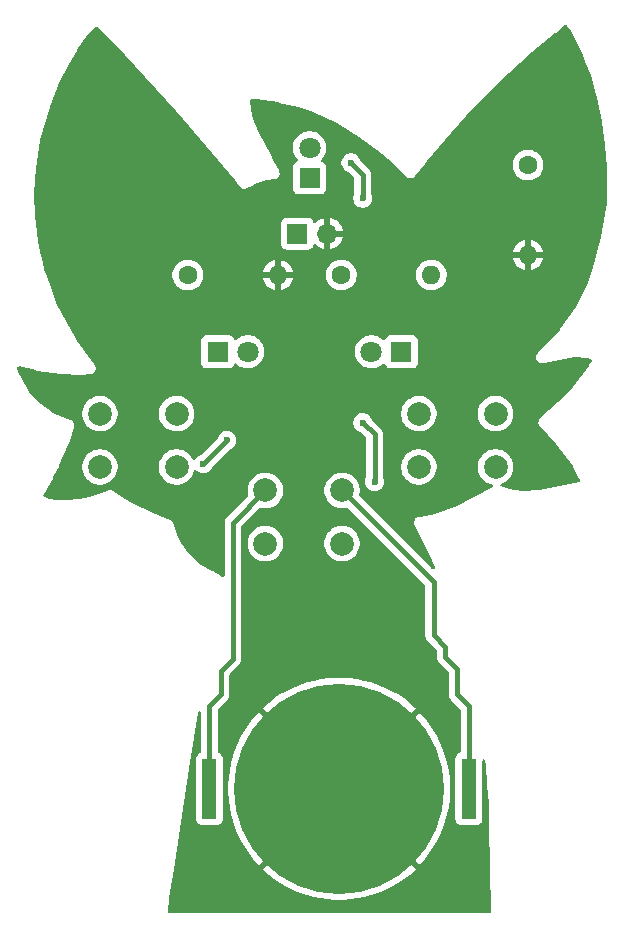
<source format=gbr>
%TF.GenerationSoftware,KiCad,Pcbnew,9.0.0*%
%TF.CreationDate,2025-04-08T13:38:04+08:00*%
%TF.ProjectId,project,70726f6a-6563-4742-9e6b-696361645f70,rev?*%
%TF.SameCoordinates,Original*%
%TF.FileFunction,Copper,L2,Bot*%
%TF.FilePolarity,Positive*%
%FSLAX46Y46*%
G04 Gerber Fmt 4.6, Leading zero omitted, Abs format (unit mm)*
G04 Created by KiCad (PCBNEW 9.0.0) date 2025-04-08 13:38:04*
%MOMM*%
%LPD*%
G01*
G04 APERTURE LIST*
%TA.AperFunction,ComponentPad*%
%ADD10R,1.800000X1.800000*%
%TD*%
%TA.AperFunction,ComponentPad*%
%ADD11C,1.800000*%
%TD*%
%TA.AperFunction,ComponentPad*%
%ADD12C,2.000000*%
%TD*%
%TA.AperFunction,ComponentPad*%
%ADD13C,1.600000*%
%TD*%
%TA.AperFunction,ComponentPad*%
%ADD14O,1.600000X1.600000*%
%TD*%
%TA.AperFunction,ComponentPad*%
%ADD15R,1.700000X1.700000*%
%TD*%
%TA.AperFunction,ComponentPad*%
%ADD16O,1.700000X1.700000*%
%TD*%
%TA.AperFunction,SMDPad,CuDef*%
%ADD17R,1.270000X5.080000*%
%TD*%
%TA.AperFunction,SMDPad,CuDef*%
%ADD18C,17.800000*%
%TD*%
%TA.AperFunction,ViaPad*%
%ADD19C,0.600000*%
%TD*%
%TA.AperFunction,Conductor*%
%ADD20C,0.400000*%
%TD*%
G04 APERTURE END LIST*
D10*
%TO.P,D2,1,K*%
%TO.N,Net-(D2-K)*%
X134275000Y-57000000D03*
D11*
%TO.P,D2,2,A*%
%TO.N,Net-(D2-A)*%
X131735000Y-57000000D03*
%TD*%
D12*
%TO.P,SW2,1,1*%
%TO.N,+3.3V*%
X122750000Y-68750000D03*
X129250000Y-68750000D03*
%TO.P,SW2,2,2*%
%TO.N,Net-(D2-A)*%
X122750000Y-73250000D03*
X129250000Y-73250000D03*
%TD*%
%TO.P,SW3,1,1*%
%TO.N,+3.3V*%
X135750000Y-62250000D03*
X142250000Y-62250000D03*
%TO.P,SW3,2,2*%
%TO.N,Net-(D3-A)*%
X135750000Y-66750000D03*
X142250000Y-66750000D03*
%TD*%
%TO.P,SW1,1,1*%
%TO.N,+3.3V*%
X108750000Y-62250000D03*
X115250000Y-62250000D03*
%TO.P,SW1,2,2*%
%TO.N,Net-(D1-A)*%
X108750000Y-66750000D03*
X115250000Y-66750000D03*
%TD*%
D10*
%TO.P,D1,1,K*%
%TO.N,Net-(D1-K)*%
X118725000Y-57000000D03*
D11*
%TO.P,D1,2,A*%
%TO.N,Net-(D1-A)*%
X121265000Y-57000000D03*
%TD*%
D10*
%TO.P,D3,1,K*%
%TO.N,Net-(D3-K)*%
X126500000Y-42275000D03*
D11*
%TO.P,D3,2,A*%
%TO.N,Net-(D3-A)*%
X126500000Y-39735000D03*
%TD*%
D13*
%TO.P,R1,1*%
%TO.N,Net-(D1-K)*%
X116190000Y-50500000D03*
D14*
%TO.P,R1,2*%
%TO.N,GND*%
X123810000Y-50500000D03*
%TD*%
D13*
%TO.P,R2,1*%
%TO.N,Net-(D2-K)*%
X129190000Y-50500000D03*
D14*
%TO.P,R2,2*%
%TO.N,Net-(J1-Pin_1)*%
X136810000Y-50500000D03*
%TD*%
D15*
%TO.P,J1,1,Pin_1*%
%TO.N,Net-(J1-Pin_1)*%
X125460000Y-47000000D03*
D16*
%TO.P,J1,2,Pin_2*%
%TO.N,GND*%
X128000000Y-47000000D03*
%TD*%
D17*
%TO.P,BT1,1,+*%
%TO.N,+3.3V*%
X118015000Y-94000000D03*
X139985000Y-94000000D03*
D18*
%TO.P,BT1,2,-*%
%TO.N,GND*%
X129000000Y-94000000D03*
%TD*%
D13*
%TO.P,R3,1*%
%TO.N,Net-(D3-K)*%
X145000000Y-41190000D03*
D14*
%TO.P,R3,2*%
%TO.N,GND*%
X145000000Y-48810000D03*
%TD*%
D19*
%TO.N,Net-(D1-A)*%
X117500000Y-66500000D03*
X119500000Y-64500000D03*
%TO.N,Net-(D2-A)*%
X132000000Y-68000000D03*
X131000000Y-63000000D03*
%TO.N,Net-(D3-A)*%
X130000000Y-41000000D03*
X131000000Y-44000000D03*
%TD*%
D20*
%TO.N,+3.3V*%
X137000000Y-76500000D02*
X129250000Y-68750000D01*
X120000000Y-71500000D02*
X122750000Y-68750000D01*
X119000000Y-86015000D02*
X119000000Y-84000000D01*
X119000000Y-84000000D02*
X120000000Y-83000000D01*
X139000000Y-83846399D02*
X138000000Y-82846399D01*
X137000000Y-81000000D02*
X137000000Y-76500000D01*
X118015000Y-87000000D02*
X119000000Y-86015000D01*
X138000000Y-82000000D02*
X137000000Y-81000000D01*
X139985000Y-87000000D02*
X139000000Y-86015000D01*
X139000000Y-86015000D02*
X139000000Y-83846399D01*
X118015000Y-87000000D02*
X118015000Y-94000000D01*
X120000000Y-83000000D02*
X120000000Y-71500000D01*
X138000000Y-82846399D02*
X138000000Y-82000000D01*
X139985000Y-87000000D02*
X139985000Y-94000000D01*
%TO.N,Net-(D1-A)*%
X117500000Y-66500000D02*
X119500000Y-64500000D01*
%TO.N,Net-(D2-A)*%
X132000000Y-68000000D02*
X132000000Y-64000000D01*
X132000000Y-64000000D02*
X131000000Y-63000000D01*
%TO.N,Net-(D3-A)*%
X131000000Y-42000000D02*
X130000000Y-41000000D01*
X131000000Y-44000000D02*
X131000000Y-42000000D01*
%TD*%
%TA.AperFunction,Conductor*%
%TO.N,GND*%
G36*
X148288792Y-29346875D02*
G01*
X148333091Y-29387051D01*
X148535666Y-29689197D01*
X148542450Y-29700589D01*
X149231969Y-31013325D01*
X149489312Y-31503268D01*
X149549974Y-31618758D01*
X149555931Y-31631906D01*
X149941921Y-32635484D01*
X149942291Y-32636458D01*
X150294680Y-33576161D01*
X150297117Y-33583316D01*
X150596267Y-34557967D01*
X150598160Y-34564832D01*
X150841268Y-35556711D01*
X150842232Y-35560964D01*
X151246148Y-37501731D01*
X151247453Y-37509115D01*
X151531503Y-39458283D01*
X151532468Y-39467116D01*
X151680106Y-41484838D01*
X151680332Y-41488778D01*
X151719010Y-42426698D01*
X151719060Y-42435507D01*
X151660686Y-44391027D01*
X151659642Y-44403798D01*
X151535128Y-45332865D01*
X151534605Y-45336386D01*
X151211214Y-47315928D01*
X151208524Y-47328351D01*
X150444935Y-50147759D01*
X150441174Y-50159354D01*
X150053689Y-51180044D01*
X150048457Y-51191914D01*
X149033441Y-53202611D01*
X149024307Y-53217875D01*
X147694975Y-55115544D01*
X147684154Y-55128912D01*
X145836497Y-57112712D01*
X145836496Y-57112711D01*
X145831971Y-57117568D01*
X145802405Y-57143196D01*
X145787261Y-57165574D01*
X145780699Y-57172621D01*
X145780694Y-57172628D01*
X145768842Y-57185353D01*
X145768836Y-57185360D01*
X145753594Y-57214070D01*
X145746777Y-57225405D01*
X145728551Y-57252342D01*
X145719714Y-57277883D01*
X145707042Y-57301752D01*
X145698261Y-57339886D01*
X145696096Y-57346146D01*
X145696095Y-57346152D01*
X145685464Y-57376881D01*
X145685464Y-57376883D01*
X145683539Y-57403839D01*
X145677476Y-57430176D01*
X145678865Y-57469291D01*
X145678393Y-57475903D01*
X145676077Y-57508331D01*
X145679372Y-57525415D01*
X145681537Y-57544487D01*
X145682155Y-57561879D01*
X145682156Y-57561884D01*
X145691681Y-57592972D01*
X145693624Y-57599314D01*
X145701034Y-57637732D01*
X145712842Y-57662034D01*
X145715664Y-57671242D01*
X145715665Y-57671245D01*
X145720760Y-57687876D01*
X145720761Y-57687877D01*
X145720762Y-57687880D01*
X145741524Y-57721062D01*
X145758630Y-57756264D01*
X145776329Y-57776685D01*
X145781436Y-57784846D01*
X145790664Y-57799594D01*
X145790665Y-57799595D01*
X145790666Y-57799596D01*
X145814461Y-57821758D01*
X145823641Y-57831271D01*
X145844942Y-57855849D01*
X145867326Y-57870995D01*
X145887102Y-57889414D01*
X145921669Y-57907766D01*
X145954088Y-57929703D01*
X145970532Y-57935392D01*
X145970531Y-57935392D01*
X145979632Y-57938540D01*
X146003498Y-57951212D01*
X146041640Y-57959993D01*
X146078626Y-57972789D01*
X146078629Y-57972790D01*
X146095984Y-57974028D01*
X146114964Y-57976873D01*
X146131922Y-57980778D01*
X146171037Y-57979388D01*
X146210079Y-57982176D01*
X146236613Y-57977058D01*
X146263624Y-57976099D01*
X146294730Y-57966567D01*
X146307542Y-57963378D01*
X148992564Y-57445552D01*
X149025453Y-57443667D01*
X149950446Y-57514142D01*
X149966765Y-57516487D01*
X150291005Y-57585352D01*
X150352492Y-57618534D01*
X150386278Y-57679692D01*
X150381637Y-57749407D01*
X150377830Y-57758609D01*
X150195374Y-58153930D01*
X150180805Y-58177918D01*
X148772299Y-59995652D01*
X148760226Y-60009084D01*
X147495035Y-61225613D01*
X147494268Y-61226345D01*
X146041399Y-62599604D01*
X146040332Y-62600611D01*
X145995736Y-62640865D01*
X145992561Y-62645765D01*
X145988313Y-62649781D01*
X145957547Y-62699763D01*
X145956029Y-62702168D01*
X145924092Y-62751479D01*
X145921629Y-62756658D01*
X145919230Y-62762019D01*
X145902458Y-62818230D01*
X145901613Y-62820950D01*
X145883522Y-62876860D01*
X145882471Y-62882567D01*
X145881554Y-62888289D01*
X145879899Y-62946989D01*
X145879786Y-62949829D01*
X145876785Y-63008474D01*
X145877248Y-63014273D01*
X145877842Y-63020024D01*
X145880886Y-63032814D01*
X145891769Y-63078544D01*
X145904341Y-63137342D01*
X145906999Y-63142544D01*
X145908353Y-63148232D01*
X145908354Y-63148235D01*
X145936271Y-63199894D01*
X145936956Y-63201161D01*
X145964312Y-63254690D01*
X145968226Y-63259026D01*
X145971005Y-63264168D01*
X145971004Y-63264168D01*
X146011343Y-63306846D01*
X146013276Y-63308939D01*
X147377016Y-64819844D01*
X147385027Y-64829688D01*
X148760314Y-66708602D01*
X148769541Y-66723255D01*
X149258546Y-67635438D01*
X149262380Y-67643236D01*
X149373815Y-67891431D01*
X149383317Y-67960651D01*
X149353886Y-68024020D01*
X149294868Y-68061418D01*
X149285466Y-68063720D01*
X145983798Y-68736877D01*
X145962225Y-68739336D01*
X144511164Y-68776782D01*
X144493713Y-68776001D01*
X143404646Y-68649993D01*
X143374921Y-68642755D01*
X142738036Y-68401178D01*
X142682335Y-68358997D01*
X142658282Y-68293398D01*
X142673512Y-68225209D01*
X142723191Y-68176078D01*
X142743689Y-68167309D01*
X142825992Y-68140568D01*
X143036433Y-68033343D01*
X143227510Y-67894517D01*
X143394517Y-67727510D01*
X143533343Y-67536433D01*
X143640568Y-67325992D01*
X143713553Y-67101368D01*
X143722779Y-67043118D01*
X143750500Y-66868097D01*
X143750500Y-66631902D01*
X143713553Y-66398631D01*
X143679689Y-66294412D01*
X143640568Y-66174008D01*
X143640566Y-66174005D01*
X143640566Y-66174003D01*
X143533342Y-65963566D01*
X143471329Y-65878213D01*
X143394517Y-65772490D01*
X143227510Y-65605483D01*
X143036433Y-65466657D01*
X142825996Y-65359433D01*
X142601368Y-65286446D01*
X142368097Y-65249500D01*
X142368092Y-65249500D01*
X142131908Y-65249500D01*
X142131903Y-65249500D01*
X141898631Y-65286446D01*
X141674003Y-65359433D01*
X141463566Y-65466657D01*
X141354550Y-65545862D01*
X141272490Y-65605483D01*
X141272488Y-65605485D01*
X141272487Y-65605485D01*
X141105485Y-65772487D01*
X141105485Y-65772488D01*
X141105483Y-65772490D01*
X141092321Y-65790606D01*
X140966657Y-65963566D01*
X140859433Y-66174003D01*
X140786446Y-66398631D01*
X140749500Y-66631902D01*
X140749500Y-66868097D01*
X140786446Y-67101368D01*
X140859433Y-67325996D01*
X140931104Y-67466657D01*
X140966657Y-67536433D01*
X141105483Y-67727510D01*
X141272490Y-67894517D01*
X141463567Y-68033343D01*
X141552864Y-68078842D01*
X141674003Y-68140566D01*
X141674005Y-68140566D01*
X141674008Y-68140568D01*
X141783296Y-68176078D01*
X141898631Y-68213553D01*
X141957544Y-68222884D01*
X142020679Y-68252813D01*
X142057610Y-68312125D01*
X142056612Y-68381987D01*
X142018002Y-68440220D01*
X141995767Y-68455156D01*
X138779760Y-70142854D01*
X138762373Y-70150346D01*
X137131428Y-70709799D01*
X137113680Y-70714452D01*
X135821599Y-70952707D01*
X135821600Y-70952708D01*
X135811178Y-70954630D01*
X135808276Y-70954433D01*
X135746409Y-70966573D01*
X135745704Y-70966704D01*
X135745703Y-70966703D01*
X135745703Y-70966704D01*
X135684205Y-70978044D01*
X135682317Y-70978680D01*
X135682316Y-70978679D01*
X135678968Y-70979806D01*
X135623009Y-71007223D01*
X135621735Y-71007838D01*
X135565440Y-71034626D01*
X135562494Y-71036535D01*
X135562470Y-71036552D01*
X135560793Y-71037638D01*
X135513660Y-71078758D01*
X135512590Y-71079681D01*
X135465149Y-71120125D01*
X135462821Y-71122707D01*
X135461448Y-71124228D01*
X135426527Y-71176201D01*
X135426127Y-71176795D01*
X135390412Y-71228662D01*
X135389440Y-71231396D01*
X135387815Y-71233816D01*
X135367629Y-71292782D01*
X135367630Y-71292783D01*
X135367383Y-71293503D01*
X135346308Y-71352846D01*
X135346077Y-71355742D01*
X135345134Y-71358498D01*
X135340902Y-71420628D01*
X135340798Y-71422038D01*
X135335848Y-71484220D01*
X135336030Y-71487764D01*
X135336031Y-71487769D01*
X135336132Y-71489744D01*
X135348173Y-71551100D01*
X135348438Y-71552489D01*
X135359749Y-71613826D01*
X135360831Y-71617166D01*
X135360849Y-71617221D01*
X135361451Y-71619080D01*
X135361557Y-71619296D01*
X135389294Y-71675907D01*
X135416373Y-71732813D01*
X135418257Y-71735024D01*
X135422919Y-71744538D01*
X135422923Y-71744545D01*
X136604248Y-74155609D01*
X136606635Y-74160780D01*
X137079923Y-75250777D01*
X137088568Y-75320110D01*
X137058357Y-75383110D01*
X136998881Y-75419775D01*
X136929023Y-75418465D01*
X136878502Y-75387845D01*
X130737480Y-69246823D01*
X130703995Y-69185500D01*
X130707231Y-69120824D01*
X130713553Y-69101368D01*
X130746918Y-68890710D01*
X130750500Y-68868097D01*
X130750500Y-68631902D01*
X130713553Y-68398631D01*
X130659964Y-68233704D01*
X130640568Y-68174008D01*
X130640566Y-68174005D01*
X130640566Y-68174003D01*
X130583201Y-68061418D01*
X130533343Y-67963567D01*
X130394517Y-67772490D01*
X130227510Y-67605483D01*
X130036433Y-67466657D01*
X129825996Y-67359433D01*
X129601368Y-67286446D01*
X129368097Y-67249500D01*
X129368092Y-67249500D01*
X129131908Y-67249500D01*
X129131903Y-67249500D01*
X128898631Y-67286446D01*
X128674003Y-67359433D01*
X128463566Y-67466657D01*
X128367529Y-67536433D01*
X128272490Y-67605483D01*
X128272488Y-67605485D01*
X128272487Y-67605485D01*
X128105485Y-67772487D01*
X128105485Y-67772488D01*
X128105483Y-67772490D01*
X128045862Y-67854550D01*
X127966657Y-67963566D01*
X127859433Y-68174003D01*
X127786446Y-68398631D01*
X127749500Y-68631902D01*
X127749500Y-68868097D01*
X127786446Y-69101368D01*
X127859433Y-69325996D01*
X127933835Y-69472017D01*
X127966657Y-69536433D01*
X128105483Y-69727510D01*
X128272490Y-69894517D01*
X128463567Y-70033343D01*
X128562991Y-70084002D01*
X128674003Y-70140566D01*
X128674005Y-70140566D01*
X128674008Y-70140568D01*
X128794412Y-70179689D01*
X128898631Y-70213553D01*
X129131903Y-70250500D01*
X129131908Y-70250500D01*
X129368097Y-70250500D01*
X129542533Y-70222871D01*
X129601368Y-70213553D01*
X129620824Y-70207230D01*
X129690661Y-70205234D01*
X129746823Y-70237480D01*
X136263181Y-76753838D01*
X136296666Y-76815161D01*
X136299500Y-76841519D01*
X136299500Y-80931006D01*
X136299500Y-81068994D01*
X136299500Y-81068996D01*
X136299499Y-81068996D01*
X136326418Y-81204322D01*
X136326421Y-81204332D01*
X136379222Y-81331807D01*
X136455887Y-81446545D01*
X136455888Y-81446546D01*
X137263181Y-82253838D01*
X137296666Y-82315161D01*
X137299500Y-82341519D01*
X137299500Y-82777405D01*
X137299500Y-82915393D01*
X137299500Y-82915395D01*
X137299499Y-82915395D01*
X137326418Y-83050721D01*
X137326421Y-83050731D01*
X137379222Y-83178206D01*
X137455887Y-83292944D01*
X137455888Y-83292945D01*
X138263181Y-84100237D01*
X138296666Y-84161560D01*
X138299500Y-84187918D01*
X138299500Y-85946006D01*
X138299500Y-86083994D01*
X138299500Y-86083996D01*
X138299499Y-86083996D01*
X138326418Y-86219322D01*
X138326421Y-86219332D01*
X138379222Y-86346807D01*
X138455887Y-86461545D01*
X138455888Y-86461546D01*
X139248181Y-87253837D01*
X139281666Y-87315160D01*
X139284500Y-87341518D01*
X139284500Y-90864154D01*
X139264815Y-90931193D01*
X139212011Y-90976948D01*
X139203834Y-90980336D01*
X139107669Y-91016203D01*
X139107664Y-91016206D01*
X138992455Y-91102452D01*
X138992452Y-91102455D01*
X138906206Y-91217664D01*
X138906202Y-91217671D01*
X138855908Y-91352517D01*
X138849501Y-91412116D01*
X138849501Y-91412123D01*
X138849500Y-91412135D01*
X138849500Y-96587870D01*
X138849501Y-96587876D01*
X138855908Y-96647483D01*
X138906202Y-96782328D01*
X138906206Y-96782335D01*
X138992452Y-96897544D01*
X138992455Y-96897547D01*
X139107664Y-96983793D01*
X139107671Y-96983797D01*
X139242517Y-97034091D01*
X139242516Y-97034091D01*
X139249444Y-97034835D01*
X139302127Y-97040500D01*
X140667872Y-97040499D01*
X140727483Y-97034091D01*
X140862331Y-96983796D01*
X140977546Y-96897546D01*
X141063796Y-96782331D01*
X141114091Y-96647483D01*
X141120500Y-96587873D01*
X141120499Y-91633911D01*
X141140184Y-91566873D01*
X141192988Y-91521118D01*
X141262146Y-91511174D01*
X141325702Y-91540199D01*
X141363476Y-91598977D01*
X141367017Y-91614796D01*
X141412102Y-91903752D01*
X141413141Y-91912397D01*
X141560683Y-93653389D01*
X141560890Y-93656220D01*
X141659482Y-95253422D01*
X141659710Y-95259653D01*
X141678694Y-96930296D01*
X141678804Y-96940010D01*
X141678336Y-96941906D01*
X141679552Y-97005844D01*
X141679559Y-97006380D01*
X141680317Y-97073073D01*
X141680993Y-97081429D01*
X141820803Y-104421393D01*
X141802398Y-104488795D01*
X141750475Y-104535547D01*
X141696825Y-104547754D01*
X114593248Y-104547754D01*
X114526209Y-104528069D01*
X114480454Y-104475265D01*
X114470510Y-104406107D01*
X114470569Y-104405705D01*
X114636271Y-103279416D01*
X114997577Y-100823579D01*
X122529972Y-100823579D01*
X122570793Y-100864400D01*
X123033514Y-101270196D01*
X123521774Y-101644851D01*
X124033486Y-101986766D01*
X124033511Y-101986782D01*
X124566496Y-102294501D01*
X125118472Y-102566705D01*
X125687067Y-102802225D01*
X125687078Y-102802229D01*
X126269852Y-103000055D01*
X126269860Y-103000057D01*
X126864345Y-103159349D01*
X126864363Y-103159353D01*
X127467952Y-103279414D01*
X127467963Y-103279416D01*
X128078139Y-103359747D01*
X128692287Y-103400000D01*
X129307713Y-103400000D01*
X129921860Y-103359747D01*
X130532036Y-103279416D01*
X130532047Y-103279414D01*
X131135636Y-103159353D01*
X131135654Y-103159349D01*
X131730139Y-103000057D01*
X131730147Y-103000055D01*
X132312921Y-102802229D01*
X132312932Y-102802225D01*
X132881527Y-102566705D01*
X133433503Y-102294501D01*
X133966488Y-101986782D01*
X133966513Y-101986766D01*
X134478225Y-101644851D01*
X134966485Y-101270196D01*
X135429207Y-100864400D01*
X135470027Y-100823579D01*
X129000000Y-94353553D01*
X122529972Y-100823579D01*
X114997577Y-100823579D01*
X116084352Y-93436655D01*
X116084695Y-93434465D01*
X116365142Y-91740334D01*
X117057606Y-87557279D01*
X117060940Y-87542681D01*
X117071501Y-87506630D01*
X117109239Y-87447828D01*
X117172776Y-87418763D01*
X117241941Y-87428663D01*
X117294773Y-87474385D01*
X117314500Y-87541412D01*
X117314500Y-90864154D01*
X117294815Y-90931193D01*
X117242011Y-90976948D01*
X117233834Y-90980336D01*
X117137669Y-91016203D01*
X117137664Y-91016206D01*
X117022455Y-91102452D01*
X117022452Y-91102455D01*
X116936206Y-91217664D01*
X116936202Y-91217671D01*
X116885908Y-91352517D01*
X116879501Y-91412116D01*
X116879501Y-91412123D01*
X116879500Y-91412135D01*
X116879500Y-96587870D01*
X116879501Y-96587876D01*
X116885908Y-96647483D01*
X116936202Y-96782328D01*
X116936206Y-96782335D01*
X117022452Y-96897544D01*
X117022455Y-96897547D01*
X117137664Y-96983793D01*
X117137671Y-96983797D01*
X117272517Y-97034091D01*
X117272516Y-97034091D01*
X117279444Y-97034835D01*
X117332127Y-97040500D01*
X118697872Y-97040499D01*
X118757483Y-97034091D01*
X118892331Y-96983796D01*
X119007546Y-96897546D01*
X119093796Y-96782331D01*
X119144091Y-96647483D01*
X119150500Y-96587873D01*
X119150499Y-93692287D01*
X119600000Y-93692287D01*
X119600000Y-94307712D01*
X119640252Y-94921860D01*
X119720583Y-95532036D01*
X119720585Y-95532047D01*
X119840646Y-96135636D01*
X119840650Y-96135654D01*
X119999942Y-96730139D01*
X119999944Y-96730147D01*
X120197770Y-97312921D01*
X120197774Y-97312932D01*
X120433294Y-97881527D01*
X120705498Y-98433503D01*
X121013217Y-98966488D01*
X121013233Y-98966513D01*
X121355148Y-99478225D01*
X121729803Y-99966485D01*
X122135606Y-100429214D01*
X122176419Y-100470027D01*
X128646446Y-94000000D01*
X128646446Y-93999999D01*
X129353553Y-93999999D01*
X129353553Y-94000000D01*
X135823579Y-100470027D01*
X135823580Y-100470027D01*
X135864400Y-100429207D01*
X136270196Y-99966485D01*
X136644851Y-99478225D01*
X136986766Y-98966513D01*
X136986782Y-98966488D01*
X137294501Y-98433503D01*
X137566705Y-97881527D01*
X137802225Y-97312932D01*
X137802229Y-97312921D01*
X138000055Y-96730147D01*
X138000057Y-96730139D01*
X138159349Y-96135654D01*
X138159353Y-96135636D01*
X138279414Y-95532047D01*
X138279416Y-95532036D01*
X138359747Y-94921860D01*
X138400000Y-94307712D01*
X138400000Y-93692287D01*
X138359747Y-93078139D01*
X138279416Y-92467963D01*
X138279414Y-92467952D01*
X138159353Y-91864363D01*
X138159349Y-91864345D01*
X138000057Y-91269860D01*
X138000055Y-91269852D01*
X137802229Y-90687078D01*
X137802225Y-90687067D01*
X137566705Y-90118472D01*
X137294501Y-89566496D01*
X136986782Y-89033511D01*
X136986766Y-89033486D01*
X136644851Y-88521774D01*
X136270196Y-88033514D01*
X135864393Y-87570785D01*
X135823580Y-87529972D01*
X129353553Y-93999999D01*
X128646446Y-93999999D01*
X122176419Y-87529972D01*
X122176418Y-87529972D01*
X122135628Y-87570762D01*
X122135601Y-87570791D01*
X121729803Y-88033514D01*
X121355148Y-88521774D01*
X121013233Y-89033486D01*
X121013217Y-89033511D01*
X120705498Y-89566496D01*
X120433294Y-90118472D01*
X120197774Y-90687067D01*
X120197770Y-90687078D01*
X119999944Y-91269852D01*
X119999942Y-91269860D01*
X119840650Y-91864345D01*
X119840646Y-91864363D01*
X119720585Y-92467952D01*
X119720583Y-92467963D01*
X119640252Y-93078139D01*
X119600000Y-93692287D01*
X119150499Y-93692287D01*
X119150499Y-91412128D01*
X119144091Y-91352517D01*
X119093796Y-91217669D01*
X119093795Y-91217668D01*
X119093793Y-91217664D01*
X119007547Y-91102455D01*
X119007544Y-91102452D01*
X118892335Y-91016206D01*
X118892330Y-91016203D01*
X118796166Y-90980336D01*
X118740233Y-90938464D01*
X118715816Y-90873000D01*
X118715500Y-90864154D01*
X118715500Y-87341518D01*
X118735185Y-87274479D01*
X118751819Y-87253837D01*
X118829239Y-87176417D01*
X122529972Y-87176417D01*
X122529972Y-87176418D01*
X128999999Y-93646446D01*
X135470027Y-87176419D01*
X135429214Y-87135606D01*
X134966485Y-86729803D01*
X134478225Y-86355148D01*
X133966513Y-86013233D01*
X133966488Y-86013217D01*
X133433503Y-85705498D01*
X132881527Y-85433294D01*
X132312932Y-85197774D01*
X132312921Y-85197770D01*
X131730147Y-84999944D01*
X131730139Y-84999942D01*
X131135654Y-84840650D01*
X131135636Y-84840646D01*
X130532047Y-84720585D01*
X130532036Y-84720583D01*
X129921860Y-84640252D01*
X129307713Y-84600000D01*
X128692287Y-84600000D01*
X128078139Y-84640252D01*
X127467963Y-84720583D01*
X127467952Y-84720585D01*
X126864363Y-84840646D01*
X126864345Y-84840650D01*
X126269860Y-84999942D01*
X126269852Y-84999944D01*
X125687078Y-85197770D01*
X125687067Y-85197774D01*
X125118472Y-85433294D01*
X124566496Y-85705498D01*
X124033511Y-86013217D01*
X124033486Y-86013233D01*
X123521774Y-86355148D01*
X123033514Y-86729803D01*
X122570791Y-87135601D01*
X122570762Y-87135628D01*
X122529972Y-87176417D01*
X118829239Y-87176417D01*
X119544107Y-86461549D01*
X119544113Y-86461543D01*
X119599117Y-86379225D01*
X119620775Y-86346811D01*
X119673580Y-86219328D01*
X119684227Y-86165804D01*
X119700500Y-86083995D01*
X119700500Y-84341519D01*
X119720185Y-84274480D01*
X119736819Y-84253838D01*
X120544112Y-83446545D01*
X120544114Y-83446543D01*
X120620775Y-83331811D01*
X120673580Y-83204328D01*
X120700500Y-83068994D01*
X120700500Y-82931006D01*
X120700500Y-73131902D01*
X121249500Y-73131902D01*
X121249500Y-73368097D01*
X121286446Y-73601368D01*
X121359433Y-73825996D01*
X121466657Y-74036433D01*
X121605483Y-74227510D01*
X121772490Y-74394517D01*
X121963567Y-74533343D01*
X122062991Y-74584002D01*
X122174003Y-74640566D01*
X122174005Y-74640566D01*
X122174008Y-74640568D01*
X122294412Y-74679689D01*
X122398631Y-74713553D01*
X122631903Y-74750500D01*
X122631908Y-74750500D01*
X122868097Y-74750500D01*
X123101368Y-74713553D01*
X123325992Y-74640568D01*
X123536433Y-74533343D01*
X123727510Y-74394517D01*
X123894517Y-74227510D01*
X124033343Y-74036433D01*
X124140568Y-73825992D01*
X124213553Y-73601368D01*
X124250500Y-73368097D01*
X124250500Y-73131902D01*
X127749500Y-73131902D01*
X127749500Y-73368097D01*
X127786446Y-73601368D01*
X127859433Y-73825996D01*
X127966657Y-74036433D01*
X128105483Y-74227510D01*
X128272490Y-74394517D01*
X128463567Y-74533343D01*
X128562991Y-74584002D01*
X128674003Y-74640566D01*
X128674005Y-74640566D01*
X128674008Y-74640568D01*
X128794412Y-74679689D01*
X128898631Y-74713553D01*
X129131903Y-74750500D01*
X129131908Y-74750500D01*
X129368097Y-74750500D01*
X129601368Y-74713553D01*
X129825992Y-74640568D01*
X130036433Y-74533343D01*
X130227510Y-74394517D01*
X130394517Y-74227510D01*
X130533343Y-74036433D01*
X130640568Y-73825992D01*
X130713553Y-73601368D01*
X130750500Y-73368097D01*
X130750500Y-73131902D01*
X130713553Y-72898631D01*
X130640566Y-72674003D01*
X130533342Y-72463566D01*
X130394517Y-72272490D01*
X130227510Y-72105483D01*
X130036433Y-71966657D01*
X129825996Y-71859433D01*
X129601368Y-71786446D01*
X129368097Y-71749500D01*
X129368092Y-71749500D01*
X129131908Y-71749500D01*
X129131903Y-71749500D01*
X128898631Y-71786446D01*
X128674003Y-71859433D01*
X128463566Y-71966657D01*
X128354550Y-72045862D01*
X128272490Y-72105483D01*
X128272488Y-72105485D01*
X128272487Y-72105485D01*
X128105485Y-72272487D01*
X128105485Y-72272488D01*
X128105483Y-72272490D01*
X128094583Y-72287493D01*
X127966657Y-72463566D01*
X127859433Y-72674003D01*
X127786446Y-72898631D01*
X127749500Y-73131902D01*
X124250500Y-73131902D01*
X124213553Y-72898631D01*
X124140566Y-72674003D01*
X124033342Y-72463566D01*
X123894517Y-72272490D01*
X123727510Y-72105483D01*
X123536433Y-71966657D01*
X123325996Y-71859433D01*
X123101368Y-71786446D01*
X122868097Y-71749500D01*
X122868092Y-71749500D01*
X122631908Y-71749500D01*
X122631903Y-71749500D01*
X122398631Y-71786446D01*
X122174003Y-71859433D01*
X121963566Y-71966657D01*
X121854550Y-72045862D01*
X121772490Y-72105483D01*
X121772488Y-72105485D01*
X121772487Y-72105485D01*
X121605485Y-72272487D01*
X121605485Y-72272488D01*
X121605483Y-72272490D01*
X121594583Y-72287493D01*
X121466657Y-72463566D01*
X121359433Y-72674003D01*
X121286446Y-72898631D01*
X121249500Y-73131902D01*
X120700500Y-73131902D01*
X120700500Y-71841518D01*
X120720185Y-71774479D01*
X120736814Y-71753842D01*
X122253177Y-70237478D01*
X122314498Y-70203995D01*
X122379175Y-70207230D01*
X122398632Y-70213553D01*
X122486110Y-70227408D01*
X122631903Y-70250500D01*
X122631908Y-70250500D01*
X122868097Y-70250500D01*
X123101368Y-70213553D01*
X123130784Y-70203995D01*
X123325992Y-70140568D01*
X123536433Y-70033343D01*
X123727510Y-69894517D01*
X123894517Y-69727510D01*
X124033343Y-69536433D01*
X124140568Y-69325992D01*
X124213553Y-69101368D01*
X124213554Y-69101360D01*
X124250500Y-68868097D01*
X124250500Y-68631902D01*
X124213553Y-68398631D01*
X124159964Y-68233704D01*
X124140568Y-68174008D01*
X124140566Y-68174005D01*
X124140566Y-68174003D01*
X124083201Y-68061418D01*
X124033343Y-67963567D01*
X123894517Y-67772490D01*
X123727510Y-67605483D01*
X123536433Y-67466657D01*
X123325996Y-67359433D01*
X123101368Y-67286446D01*
X122868097Y-67249500D01*
X122868092Y-67249500D01*
X122631908Y-67249500D01*
X122631903Y-67249500D01*
X122398631Y-67286446D01*
X122174003Y-67359433D01*
X121963566Y-67466657D01*
X121867529Y-67536433D01*
X121772490Y-67605483D01*
X121772488Y-67605485D01*
X121772487Y-67605485D01*
X121605485Y-67772487D01*
X121605485Y-67772488D01*
X121605483Y-67772490D01*
X121545862Y-67854550D01*
X121466657Y-67963566D01*
X121359433Y-68174003D01*
X121286446Y-68398631D01*
X121249500Y-68631902D01*
X121249500Y-68868097D01*
X121286447Y-69101369D01*
X121286447Y-69101372D01*
X121292768Y-69120824D01*
X121294763Y-69190665D01*
X121262518Y-69246823D01*
X119455887Y-71053454D01*
X119379222Y-71168192D01*
X119326421Y-71295667D01*
X119326418Y-71295679D01*
X119301056Y-71423184D01*
X119301055Y-71423189D01*
X119299500Y-71431004D01*
X119299500Y-75979799D01*
X119294533Y-75996711D01*
X119294593Y-76014335D01*
X119284895Y-76029537D01*
X119279815Y-76046838D01*
X119266496Y-76058378D01*
X119257016Y-76073240D01*
X119240636Y-76080786D01*
X119227011Y-76092593D01*
X119209566Y-76095101D01*
X119193558Y-76102477D01*
X119175701Y-76099970D01*
X119157853Y-76102537D01*
X119141716Y-76095200D01*
X119124366Y-76092765D01*
X119102652Y-76077439D01*
X119094611Y-76073783D01*
X119090206Y-76069992D01*
X119064802Y-76043613D01*
X119047296Y-76033061D01*
X119039372Y-76026241D01*
X119039207Y-76025987D01*
X119038408Y-76025402D01*
X119030903Y-76018807D01*
X119030899Y-76018804D01*
X118995148Y-76001127D01*
X118986098Y-75996174D01*
X118339631Y-75606523D01*
X118339630Y-75606522D01*
X118327466Y-75599190D01*
X118321325Y-75593229D01*
X118271175Y-75565260D01*
X118269359Y-75564166D01*
X118221931Y-75535580D01*
X118214486Y-75532331D01*
X118214687Y-75531869D01*
X118201303Y-75526293D01*
X117286006Y-75015839D01*
X117263163Y-74999451D01*
X116947484Y-74713553D01*
X116298556Y-74125844D01*
X116283192Y-74109122D01*
X115590750Y-73200855D01*
X115576476Y-73176988D01*
X115338778Y-72654054D01*
X115176250Y-72296494D01*
X115169547Y-72277960D01*
X114991859Y-71629397D01*
X114987828Y-71598385D01*
X114974521Y-71566113D01*
X114965300Y-71532454D01*
X114949513Y-71505462D01*
X114937593Y-71476551D01*
X114916390Y-71448826D01*
X114898769Y-71418697D01*
X114876533Y-71396709D01*
X114857537Y-71371870D01*
X114829880Y-71350577D01*
X114805062Y-71326036D01*
X114785347Y-71314800D01*
X114771102Y-71305323D01*
X114753120Y-71291479D01*
X114753111Y-71291474D01*
X114727976Y-71281014D01*
X114727976Y-71281015D01*
X114727973Y-71281014D01*
X114720889Y-71278066D01*
X114690565Y-71260785D01*
X114660314Y-71252861D01*
X114652393Y-71249565D01*
X114652391Y-71249563D01*
X113216955Y-70652268D01*
X113211193Y-70649697D01*
X111292208Y-69734039D01*
X111278156Y-69726175D01*
X110381436Y-69144853D01*
X109892278Y-68827744D01*
X109869591Y-68807931D01*
X109837216Y-68792048D01*
X109831012Y-68788026D01*
X109831011Y-68788025D01*
X109806970Y-68772440D01*
X109786751Y-68765888D01*
X109770367Y-68759254D01*
X109756645Y-68752523D01*
X109751276Y-68749889D01*
X109751274Y-68749888D01*
X109751273Y-68749888D01*
X109723147Y-68744354D01*
X109715893Y-68742926D01*
X109681601Y-68731815D01*
X109651528Y-68730262D01*
X109642827Y-68728550D01*
X109642825Y-68728549D01*
X109621972Y-68724447D01*
X109593374Y-68726382D01*
X109593371Y-68726382D01*
X109585993Y-68726880D01*
X109549992Y-68725023D01*
X109520542Y-68731306D01*
X109511704Y-68731904D01*
X109511699Y-68731905D01*
X109490487Y-68733340D01*
X109463356Y-68742611D01*
X109449146Y-68746540D01*
X109421114Y-68752523D01*
X109421103Y-68752527D01*
X109402161Y-68762196D01*
X109385889Y-68769088D01*
X107887173Y-69281308D01*
X107871389Y-69285564D01*
X106945882Y-69470665D01*
X106932255Y-69472611D01*
X105966584Y-69556178D01*
X105950784Y-69556535D01*
X105070055Y-69520216D01*
X105050610Y-69517866D01*
X104196652Y-69345350D01*
X104163569Y-69333595D01*
X104026177Y-69261464D01*
X103975972Y-69212874D01*
X103960006Y-69144853D01*
X103977287Y-69088215D01*
X104162213Y-68777804D01*
X104169710Y-68766646D01*
X104173184Y-68762034D01*
X104173193Y-68762026D01*
X104202862Y-68709575D01*
X104233704Y-68657805D01*
X104235260Y-68652300D01*
X104733129Y-67772137D01*
X104747865Y-67751504D01*
X104748187Y-67751026D01*
X104748193Y-67751020D01*
X104770531Y-67706341D01*
X104773478Y-67700806D01*
X104798076Y-67657322D01*
X104798078Y-67657315D01*
X104798284Y-67656805D01*
X104807183Y-67633037D01*
X105254309Y-66738788D01*
X105262817Y-66728084D01*
X105283692Y-66680022D01*
X105307129Y-66633149D01*
X105307276Y-66632427D01*
X105307442Y-66631902D01*
X107249500Y-66631902D01*
X107249500Y-66868097D01*
X107286446Y-67101368D01*
X107359433Y-67325996D01*
X107431104Y-67466657D01*
X107466657Y-67536433D01*
X107605483Y-67727510D01*
X107772490Y-67894517D01*
X107963567Y-68033343D01*
X108052864Y-68078842D01*
X108174003Y-68140566D01*
X108174005Y-68140566D01*
X108174008Y-68140568D01*
X108283296Y-68176078D01*
X108398631Y-68213553D01*
X108631903Y-68250500D01*
X108631908Y-68250500D01*
X108868097Y-68250500D01*
X109101368Y-68213553D01*
X109192559Y-68183923D01*
X109325992Y-68140568D01*
X109536433Y-68033343D01*
X109727510Y-67894517D01*
X109894517Y-67727510D01*
X110033343Y-67536433D01*
X110140568Y-67325992D01*
X110213553Y-67101368D01*
X110222779Y-67043118D01*
X110250500Y-66868097D01*
X110250500Y-66631902D01*
X113749500Y-66631902D01*
X113749500Y-66868097D01*
X113786446Y-67101368D01*
X113859433Y-67325996D01*
X113931104Y-67466657D01*
X113966657Y-67536433D01*
X114105483Y-67727510D01*
X114272490Y-67894517D01*
X114463567Y-68033343D01*
X114552864Y-68078842D01*
X114674003Y-68140566D01*
X114674005Y-68140566D01*
X114674008Y-68140568D01*
X114783296Y-68176078D01*
X114898631Y-68213553D01*
X115131903Y-68250500D01*
X115131908Y-68250500D01*
X115368097Y-68250500D01*
X115601368Y-68213553D01*
X115692559Y-68183923D01*
X115825992Y-68140568D01*
X116036433Y-68033343D01*
X116227510Y-67894517D01*
X116394517Y-67727510D01*
X116533343Y-67536433D01*
X116640568Y-67325992D01*
X116713553Y-67101368D01*
X116713740Y-67100793D01*
X116753178Y-67043118D01*
X116817537Y-67015920D01*
X116886383Y-67027835D01*
X116919352Y-67051431D01*
X116989707Y-67121786D01*
X116989711Y-67121789D01*
X117120814Y-67209390D01*
X117120827Y-67209397D01*
X117266498Y-67269735D01*
X117266503Y-67269737D01*
X117421153Y-67300499D01*
X117421156Y-67300500D01*
X117421158Y-67300500D01*
X117578844Y-67300500D01*
X117578845Y-67300499D01*
X117733497Y-67269737D01*
X117879179Y-67209394D01*
X118010289Y-67121789D01*
X118121789Y-67010289D01*
X118209394Y-66879179D01*
X118209395Y-66879176D01*
X118209397Y-66879173D01*
X118269192Y-66734812D01*
X118296069Y-66694586D01*
X119694586Y-65296069D01*
X119734810Y-65269192D01*
X119789435Y-65246566D01*
X119879173Y-65209397D01*
X119879176Y-65209395D01*
X119879179Y-65209394D01*
X120010289Y-65121789D01*
X120121789Y-65010289D01*
X120209394Y-64879179D01*
X120269737Y-64733497D01*
X120300500Y-64578842D01*
X120300500Y-64421158D01*
X120300500Y-64421155D01*
X120300499Y-64421153D01*
X120280195Y-64319079D01*
X120269737Y-64266503D01*
X120218675Y-64143227D01*
X120209397Y-64120827D01*
X120209390Y-64120814D01*
X120121789Y-63989711D01*
X120121786Y-63989707D01*
X120010292Y-63878213D01*
X120010288Y-63878210D01*
X119879185Y-63790609D01*
X119879172Y-63790602D01*
X119733501Y-63730264D01*
X119733489Y-63730261D01*
X119578845Y-63699500D01*
X119578842Y-63699500D01*
X119421158Y-63699500D01*
X119421155Y-63699500D01*
X119266510Y-63730261D01*
X119266498Y-63730264D01*
X119120827Y-63790602D01*
X119120814Y-63790609D01*
X118989711Y-63878210D01*
X118989707Y-63878213D01*
X118878213Y-63989707D01*
X118878210Y-63989711D01*
X118790609Y-64120814D01*
X118790604Y-64120823D01*
X118730809Y-64265184D01*
X118703929Y-64305412D01*
X117305412Y-65703929D01*
X117265184Y-65730809D01*
X117120823Y-65790604D01*
X117120814Y-65790609D01*
X116989711Y-65878210D01*
X116989707Y-65878213D01*
X116878213Y-65989707D01*
X116878210Y-65989711D01*
X116807644Y-66095320D01*
X116754031Y-66140125D01*
X116684706Y-66148832D01*
X116621679Y-66118677D01*
X116594057Y-66082724D01*
X116533342Y-65963566D01*
X116471329Y-65878213D01*
X116394517Y-65772490D01*
X116227510Y-65605483D01*
X116036433Y-65466657D01*
X115825996Y-65359433D01*
X115601368Y-65286446D01*
X115368097Y-65249500D01*
X115368092Y-65249500D01*
X115131908Y-65249500D01*
X115131903Y-65249500D01*
X114898631Y-65286446D01*
X114674003Y-65359433D01*
X114463566Y-65466657D01*
X114354550Y-65545862D01*
X114272490Y-65605483D01*
X114272488Y-65605485D01*
X114272487Y-65605485D01*
X114105485Y-65772487D01*
X114105485Y-65772488D01*
X114105483Y-65772490D01*
X114092321Y-65790606D01*
X113966657Y-65963566D01*
X113859433Y-66174003D01*
X113786446Y-66398631D01*
X113749500Y-66631902D01*
X110250500Y-66631902D01*
X110213553Y-66398631D01*
X110179689Y-66294412D01*
X110140568Y-66174008D01*
X110140566Y-66174005D01*
X110140566Y-66174003D01*
X110033342Y-65963566D01*
X109971329Y-65878213D01*
X109894517Y-65772490D01*
X109727510Y-65605483D01*
X109536433Y-65466657D01*
X109325996Y-65359433D01*
X109101368Y-65286446D01*
X108868097Y-65249500D01*
X108868092Y-65249500D01*
X108631908Y-65249500D01*
X108631903Y-65249500D01*
X108398631Y-65286446D01*
X108174003Y-65359433D01*
X107963566Y-65466657D01*
X107854550Y-65545862D01*
X107772490Y-65605483D01*
X107772488Y-65605485D01*
X107772487Y-65605485D01*
X107605485Y-65772487D01*
X107605485Y-65772488D01*
X107605483Y-65772490D01*
X107592321Y-65790606D01*
X107466657Y-65963566D01*
X107359433Y-66174003D01*
X107286446Y-66398631D01*
X107249500Y-66631902D01*
X105307442Y-66631902D01*
X105315020Y-66607892D01*
X106132831Y-64725025D01*
X106140210Y-64710674D01*
X106153141Y-64689109D01*
X106159952Y-64665267D01*
X106165439Y-64649952D01*
X106175318Y-64627210D01*
X106179024Y-64602344D01*
X106182440Y-64586559D01*
X106184644Y-64578846D01*
X106523602Y-63392492D01*
X106538057Y-63357261D01*
X106541628Y-63329401D01*
X106549345Y-63302395D01*
X106549859Y-63271202D01*
X106550848Y-63257492D01*
X106554816Y-63226546D01*
X106551055Y-63198711D01*
X106551519Y-63170629D01*
X106542271Y-63133688D01*
X106537173Y-63095949D01*
X106529947Y-63078671D01*
X106524064Y-63060960D01*
X106519516Y-63042790D01*
X106519514Y-63042787D01*
X106519514Y-63042785D01*
X106504365Y-63015517D01*
X106501017Y-63009492D01*
X106486329Y-62974367D01*
X106469158Y-62952145D01*
X106455516Y-62927589D01*
X106433823Y-62905167D01*
X106429030Y-62900213D01*
X106405752Y-62870088D01*
X106383413Y-62853066D01*
X106363881Y-62832879D01*
X106343985Y-62820950D01*
X106337122Y-62816835D01*
X106331212Y-62813291D01*
X106300929Y-62790217D01*
X106274949Y-62779557D01*
X106266922Y-62774745D01*
X106266916Y-62774742D01*
X106250854Y-62765112D01*
X106250850Y-62765110D01*
X106220861Y-62756543D01*
X106207860Y-62752035D01*
X104964061Y-62241757D01*
X104748221Y-62153207D01*
X104722785Y-62139082D01*
X104712823Y-62131902D01*
X107249500Y-62131902D01*
X107249500Y-62368097D01*
X107286446Y-62601368D01*
X107359433Y-62825996D01*
X107455366Y-63014273D01*
X107466657Y-63036433D01*
X107605483Y-63227510D01*
X107772490Y-63394517D01*
X107963567Y-63533343D01*
X108062991Y-63584002D01*
X108174003Y-63640566D01*
X108174005Y-63640566D01*
X108174008Y-63640568D01*
X108259023Y-63668191D01*
X108398631Y-63713553D01*
X108631903Y-63750500D01*
X108631908Y-63750500D01*
X108868097Y-63750500D01*
X109101368Y-63713553D01*
X109114180Y-63709390D01*
X109325992Y-63640568D01*
X109536433Y-63533343D01*
X109727510Y-63394517D01*
X109894517Y-63227510D01*
X110033343Y-63036433D01*
X110140568Y-62825992D01*
X110213553Y-62601368D01*
X110231238Y-62489711D01*
X110250500Y-62368097D01*
X110250500Y-62131902D01*
X113749500Y-62131902D01*
X113749500Y-62368097D01*
X113786446Y-62601368D01*
X113859433Y-62825996D01*
X113955366Y-63014273D01*
X113966657Y-63036433D01*
X114105483Y-63227510D01*
X114272490Y-63394517D01*
X114463567Y-63533343D01*
X114562991Y-63584002D01*
X114674003Y-63640566D01*
X114674005Y-63640566D01*
X114674008Y-63640568D01*
X114759023Y-63668191D01*
X114898631Y-63713553D01*
X115131903Y-63750500D01*
X115131908Y-63750500D01*
X115368097Y-63750500D01*
X115601368Y-63713553D01*
X115614180Y-63709390D01*
X115825992Y-63640568D01*
X116036433Y-63533343D01*
X116227510Y-63394517D01*
X116394517Y-63227510D01*
X116533343Y-63036433D01*
X116592081Y-62921153D01*
X130199500Y-62921153D01*
X130199500Y-63078846D01*
X130230261Y-63233489D01*
X130230264Y-63233501D01*
X130290602Y-63379172D01*
X130290609Y-63379185D01*
X130378210Y-63510288D01*
X130378213Y-63510292D01*
X130489707Y-63621786D01*
X130489711Y-63621789D01*
X130620814Y-63709390D01*
X130620827Y-63709397D01*
X130765185Y-63769191D01*
X130805414Y-63796071D01*
X131263181Y-64253838D01*
X131296666Y-64315161D01*
X131299500Y-64341519D01*
X131299500Y-67574684D01*
X131290061Y-67622136D01*
X131230264Y-67766498D01*
X131230261Y-67766510D01*
X131199500Y-67921153D01*
X131199500Y-68078846D01*
X131230261Y-68233489D01*
X131230264Y-68233501D01*
X131290602Y-68379172D01*
X131290609Y-68379185D01*
X131378210Y-68510288D01*
X131378213Y-68510292D01*
X131489707Y-68621786D01*
X131489711Y-68621789D01*
X131620814Y-68709390D01*
X131620827Y-68709397D01*
X131764936Y-68769088D01*
X131766503Y-68769737D01*
X131921153Y-68800499D01*
X131921156Y-68800500D01*
X131921158Y-68800500D01*
X132078844Y-68800500D01*
X132078845Y-68800499D01*
X132233497Y-68769737D01*
X132346166Y-68723067D01*
X132379172Y-68709397D01*
X132379172Y-68709396D01*
X132379179Y-68709394D01*
X132510289Y-68621789D01*
X132621789Y-68510289D01*
X132709394Y-68379179D01*
X132769737Y-68233497D01*
X132800500Y-68078842D01*
X132800500Y-67921158D01*
X132800500Y-67921155D01*
X132800499Y-67921153D01*
X132770927Y-67772487D01*
X132769737Y-67766503D01*
X132744831Y-67706373D01*
X132709939Y-67622136D01*
X132700500Y-67574684D01*
X132700500Y-66631902D01*
X134249500Y-66631902D01*
X134249500Y-66868097D01*
X134286446Y-67101368D01*
X134359433Y-67325996D01*
X134431104Y-67466657D01*
X134466657Y-67536433D01*
X134605483Y-67727510D01*
X134772490Y-67894517D01*
X134963567Y-68033343D01*
X135052864Y-68078842D01*
X135174003Y-68140566D01*
X135174005Y-68140566D01*
X135174008Y-68140568D01*
X135283296Y-68176078D01*
X135398631Y-68213553D01*
X135631903Y-68250500D01*
X135631908Y-68250500D01*
X135868097Y-68250500D01*
X136101368Y-68213553D01*
X136192559Y-68183923D01*
X136325992Y-68140568D01*
X136536433Y-68033343D01*
X136727510Y-67894517D01*
X136894517Y-67727510D01*
X137033343Y-67536433D01*
X137140568Y-67325992D01*
X137213553Y-67101368D01*
X137222779Y-67043118D01*
X137250500Y-66868097D01*
X137250500Y-66631902D01*
X137213553Y-66398631D01*
X137179689Y-66294412D01*
X137140568Y-66174008D01*
X137140566Y-66174005D01*
X137140566Y-66174003D01*
X137033342Y-65963566D01*
X136971329Y-65878213D01*
X136894517Y-65772490D01*
X136727510Y-65605483D01*
X136536433Y-65466657D01*
X136325996Y-65359433D01*
X136101368Y-65286446D01*
X135868097Y-65249500D01*
X135868092Y-65249500D01*
X135631908Y-65249500D01*
X135631903Y-65249500D01*
X135398631Y-65286446D01*
X135174003Y-65359433D01*
X134963566Y-65466657D01*
X134854550Y-65545862D01*
X134772490Y-65605483D01*
X134772488Y-65605485D01*
X134772487Y-65605485D01*
X134605485Y-65772487D01*
X134605485Y-65772488D01*
X134605483Y-65772490D01*
X134592321Y-65790606D01*
X134466657Y-65963566D01*
X134359433Y-66174003D01*
X134286446Y-66398631D01*
X134249500Y-66631902D01*
X132700500Y-66631902D01*
X132700500Y-63931004D01*
X132673581Y-63795677D01*
X132673580Y-63795676D01*
X132673580Y-63795672D01*
X132664131Y-63772859D01*
X132620776Y-63668191D01*
X132602319Y-63640568D01*
X132592252Y-63625501D01*
X132544114Y-63553457D01*
X132544112Y-63553454D01*
X132544111Y-63553453D01*
X131796071Y-62805414D01*
X131769191Y-62765185D01*
X131709397Y-62620827D01*
X131709390Y-62620814D01*
X131621789Y-62489711D01*
X131621786Y-62489707D01*
X131510292Y-62378213D01*
X131510288Y-62378210D01*
X131379185Y-62290609D01*
X131379172Y-62290602D01*
X131260861Y-62241597D01*
X131233501Y-62230264D01*
X131233489Y-62230261D01*
X131078845Y-62199500D01*
X131078842Y-62199500D01*
X130921158Y-62199500D01*
X130921155Y-62199500D01*
X130766510Y-62230261D01*
X130766498Y-62230264D01*
X130620827Y-62290602D01*
X130620814Y-62290609D01*
X130489711Y-62378210D01*
X130489707Y-62378213D01*
X130378213Y-62489707D01*
X130378210Y-62489711D01*
X130290609Y-62620814D01*
X130290602Y-62620827D01*
X130230264Y-62766498D01*
X130230261Y-62766510D01*
X130199500Y-62921153D01*
X116592081Y-62921153D01*
X116640568Y-62825992D01*
X116713553Y-62601368D01*
X116731238Y-62489711D01*
X116750500Y-62368097D01*
X116750500Y-62131902D01*
X134249500Y-62131902D01*
X134249500Y-62368097D01*
X134286446Y-62601368D01*
X134359433Y-62825996D01*
X134455366Y-63014273D01*
X134466657Y-63036433D01*
X134605483Y-63227510D01*
X134772490Y-63394517D01*
X134963567Y-63533343D01*
X135062991Y-63584002D01*
X135174003Y-63640566D01*
X135174005Y-63640566D01*
X135174008Y-63640568D01*
X135259023Y-63668191D01*
X135398631Y-63713553D01*
X135631903Y-63750500D01*
X135631908Y-63750500D01*
X135868097Y-63750500D01*
X136101368Y-63713553D01*
X136114180Y-63709390D01*
X136325992Y-63640568D01*
X136536433Y-63533343D01*
X136727510Y-63394517D01*
X136894517Y-63227510D01*
X137033343Y-63036433D01*
X137140568Y-62825992D01*
X137213553Y-62601368D01*
X137231238Y-62489711D01*
X137250500Y-62368097D01*
X137250500Y-62131902D01*
X140749500Y-62131902D01*
X140749500Y-62368097D01*
X140786446Y-62601368D01*
X140859433Y-62825996D01*
X140955366Y-63014273D01*
X140966657Y-63036433D01*
X141105483Y-63227510D01*
X141272490Y-63394517D01*
X141463567Y-63533343D01*
X141562991Y-63584002D01*
X141674003Y-63640566D01*
X141674005Y-63640566D01*
X141674008Y-63640568D01*
X141759023Y-63668191D01*
X141898631Y-63713553D01*
X142131903Y-63750500D01*
X142131908Y-63750500D01*
X142368097Y-63750500D01*
X142601368Y-63713553D01*
X142614180Y-63709390D01*
X142825992Y-63640568D01*
X143036433Y-63533343D01*
X143227510Y-63394517D01*
X143394517Y-63227510D01*
X143533343Y-63036433D01*
X143640568Y-62825992D01*
X143713553Y-62601368D01*
X143731238Y-62489711D01*
X143750500Y-62368097D01*
X143750500Y-62131902D01*
X143713553Y-61898631D01*
X143640566Y-61674003D01*
X143533342Y-61463566D01*
X143394517Y-61272490D01*
X143227510Y-61105483D01*
X143036433Y-60966657D01*
X142825996Y-60859433D01*
X142601368Y-60786446D01*
X142368097Y-60749500D01*
X142368092Y-60749500D01*
X142131908Y-60749500D01*
X142131903Y-60749500D01*
X141898631Y-60786446D01*
X141674003Y-60859433D01*
X141463566Y-60966657D01*
X141357117Y-61043998D01*
X141272490Y-61105483D01*
X141272488Y-61105485D01*
X141272487Y-61105485D01*
X141105485Y-61272487D01*
X141105485Y-61272488D01*
X141105483Y-61272490D01*
X141045862Y-61354550D01*
X140966657Y-61463566D01*
X140859433Y-61674003D01*
X140786446Y-61898631D01*
X140749500Y-62131902D01*
X137250500Y-62131902D01*
X137213553Y-61898631D01*
X137140566Y-61674003D01*
X137033342Y-61463566D01*
X136894517Y-61272490D01*
X136727510Y-61105483D01*
X136536433Y-60966657D01*
X136325996Y-60859433D01*
X136101368Y-60786446D01*
X135868097Y-60749500D01*
X135868092Y-60749500D01*
X135631908Y-60749500D01*
X135631903Y-60749500D01*
X135398631Y-60786446D01*
X135174003Y-60859433D01*
X134963566Y-60966657D01*
X134857117Y-61043998D01*
X134772490Y-61105483D01*
X134772488Y-61105485D01*
X134772487Y-61105485D01*
X134605485Y-61272487D01*
X134605485Y-61272488D01*
X134605483Y-61272490D01*
X134545862Y-61354550D01*
X134466657Y-61463566D01*
X134359433Y-61674003D01*
X134286446Y-61898631D01*
X134249500Y-62131902D01*
X116750500Y-62131902D01*
X116713553Y-61898631D01*
X116640566Y-61674003D01*
X116533342Y-61463566D01*
X116394517Y-61272490D01*
X116227510Y-61105483D01*
X116036433Y-60966657D01*
X115825996Y-60859433D01*
X115601368Y-60786446D01*
X115368097Y-60749500D01*
X115368092Y-60749500D01*
X115131908Y-60749500D01*
X115131903Y-60749500D01*
X114898631Y-60786446D01*
X114674003Y-60859433D01*
X114463566Y-60966657D01*
X114357117Y-61043998D01*
X114272490Y-61105483D01*
X114272488Y-61105485D01*
X114272487Y-61105485D01*
X114105485Y-61272487D01*
X114105485Y-61272488D01*
X114105483Y-61272490D01*
X114045862Y-61354550D01*
X113966657Y-61463566D01*
X113859433Y-61674003D01*
X113786446Y-61898631D01*
X113749500Y-62131902D01*
X110250500Y-62131902D01*
X110213553Y-61898631D01*
X110140566Y-61674003D01*
X110033342Y-61463566D01*
X109894517Y-61272490D01*
X109727510Y-61105483D01*
X109536433Y-60966657D01*
X109325996Y-60859433D01*
X109101368Y-60786446D01*
X108868097Y-60749500D01*
X108868092Y-60749500D01*
X108631908Y-60749500D01*
X108631903Y-60749500D01*
X108398631Y-60786446D01*
X108174003Y-60859433D01*
X107963566Y-60966657D01*
X107857117Y-61043998D01*
X107772490Y-61105483D01*
X107772488Y-61105485D01*
X107772487Y-61105485D01*
X107605485Y-61272487D01*
X107605485Y-61272488D01*
X107605483Y-61272490D01*
X107545862Y-61354550D01*
X107466657Y-61463566D01*
X107359433Y-61674003D01*
X107286446Y-61898631D01*
X107249500Y-62131902D01*
X104712823Y-62131902D01*
X103718252Y-61415095D01*
X103701448Y-61400526D01*
X102749331Y-60412138D01*
X102729614Y-60385190D01*
X102058935Y-59147546D01*
X101838688Y-58741110D01*
X101827217Y-58711305D01*
X101748017Y-58385186D01*
X101751324Y-58315397D01*
X101791838Y-58258473D01*
X101856697Y-58232489D01*
X101897658Y-58235398D01*
X103300643Y-58574645D01*
X103321723Y-58583766D01*
X103364443Y-58590072D01*
X103406414Y-58600221D01*
X103418751Y-58599917D01*
X103439882Y-58601208D01*
X105446748Y-58897459D01*
X105470848Y-58905138D01*
X105511665Y-58907042D01*
X105552095Y-58913011D01*
X105567243Y-58911257D01*
X105587260Y-58910570D01*
X107003864Y-58976678D01*
X107036403Y-58982521D01*
X107069409Y-58979737D01*
X107102489Y-58981281D01*
X107126844Y-58975958D01*
X107142873Y-58973541D01*
X107868156Y-58912373D01*
X107869896Y-58912673D01*
X107933897Y-58906828D01*
X107997721Y-58901446D01*
X107997726Y-58901444D01*
X107997810Y-58901437D01*
X107999187Y-58901127D01*
X107999206Y-58901123D01*
X108001120Y-58900690D01*
X108001134Y-58900689D01*
X108061342Y-58878515D01*
X108121698Y-58856761D01*
X108121706Y-58856754D01*
X108123476Y-58855841D01*
X108123499Y-58855829D01*
X108124731Y-58855191D01*
X108124794Y-58855146D01*
X108124798Y-58855145D01*
X108176958Y-58818325D01*
X108177408Y-58818010D01*
X108229885Y-58781511D01*
X108229895Y-58781498D01*
X108231475Y-58780061D01*
X108231492Y-58780045D01*
X108232416Y-58779203D01*
X108273249Y-58730163D01*
X108273249Y-58730162D01*
X108273507Y-58729853D01*
X108314910Y-58680823D01*
X108315658Y-58679229D01*
X108316785Y-58677877D01*
X108316785Y-58677875D01*
X108316787Y-58677874D01*
X108343646Y-58619698D01*
X108370978Y-58561561D01*
X108371286Y-58559837D01*
X108372024Y-58558240D01*
X108372025Y-58558229D01*
X108372027Y-58558227D01*
X108382877Y-58495293D01*
X108382959Y-58494827D01*
X108394267Y-58431851D01*
X108394265Y-58431837D01*
X108394373Y-58429567D01*
X108394374Y-58429563D01*
X108394426Y-58428438D01*
X108394419Y-58428358D01*
X108388574Y-58364349D01*
X108383192Y-58300534D01*
X108382597Y-58298886D01*
X108382437Y-58297125D01*
X108360425Y-58237357D01*
X108360129Y-58236547D01*
X108346168Y-58197812D01*
X108338507Y-58176556D01*
X108338505Y-58176554D01*
X108338505Y-58176552D01*
X108337690Y-58174973D01*
X108337604Y-58174808D01*
X108336943Y-58173529D01*
X108300192Y-58121465D01*
X108299699Y-58120762D01*
X108261156Y-58065348D01*
X108256397Y-58059423D01*
X106839489Y-56052135D01*
X117324500Y-56052135D01*
X117324500Y-57947870D01*
X117324501Y-57947876D01*
X117330908Y-58007483D01*
X117381202Y-58142328D01*
X117381206Y-58142335D01*
X117467452Y-58257544D01*
X117467455Y-58257547D01*
X117582664Y-58343793D01*
X117582671Y-58343797D01*
X117717517Y-58394091D01*
X117717516Y-58394091D01*
X117724444Y-58394835D01*
X117777127Y-58400500D01*
X119672872Y-58400499D01*
X119732483Y-58394091D01*
X119867331Y-58343796D01*
X119982546Y-58257546D01*
X120068796Y-58142331D01*
X120096429Y-58068243D01*
X120098601Y-58062420D01*
X120140471Y-58006486D01*
X120205936Y-57982068D01*
X120274209Y-57996919D01*
X120302464Y-58018071D01*
X120352636Y-58068243D01*
X120352641Y-58068247D01*
X120497551Y-58173529D01*
X120530978Y-58197815D01*
X120650025Y-58258473D01*
X120727393Y-58297895D01*
X120727396Y-58297896D01*
X120781260Y-58315397D01*
X120937049Y-58366015D01*
X121154778Y-58400500D01*
X121154779Y-58400500D01*
X121375221Y-58400500D01*
X121375222Y-58400500D01*
X121592951Y-58366015D01*
X121802606Y-58297895D01*
X121999022Y-58197815D01*
X122177365Y-58068242D01*
X122333242Y-57912365D01*
X122462815Y-57734022D01*
X122562895Y-57537606D01*
X122631015Y-57327951D01*
X122665500Y-57110222D01*
X122665500Y-56889778D01*
X130334500Y-56889778D01*
X130334500Y-57110222D01*
X130335323Y-57115419D01*
X130368985Y-57327952D01*
X130437103Y-57537603D01*
X130437104Y-57537606D01*
X130500505Y-57662035D01*
X130530581Y-57721062D01*
X130537187Y-57734025D01*
X130666752Y-57912358D01*
X130666756Y-57912363D01*
X130822636Y-58068243D01*
X130822641Y-58068247D01*
X130967551Y-58173529D01*
X131000978Y-58197815D01*
X131120025Y-58258473D01*
X131197393Y-58297895D01*
X131197396Y-58297896D01*
X131251260Y-58315397D01*
X131407049Y-58366015D01*
X131624778Y-58400500D01*
X131624779Y-58400500D01*
X131845221Y-58400500D01*
X131845222Y-58400500D01*
X132062951Y-58366015D01*
X132272606Y-58297895D01*
X132469022Y-58197815D01*
X132647365Y-58068242D01*
X132697536Y-58018070D01*
X132758857Y-57984586D01*
X132828548Y-57989570D01*
X132884482Y-58031441D01*
X132901398Y-58062419D01*
X132931202Y-58142328D01*
X132931206Y-58142335D01*
X133017452Y-58257544D01*
X133017455Y-58257547D01*
X133132664Y-58343793D01*
X133132671Y-58343797D01*
X133267517Y-58394091D01*
X133267516Y-58394091D01*
X133274444Y-58394835D01*
X133327127Y-58400500D01*
X135222872Y-58400499D01*
X135282483Y-58394091D01*
X135417331Y-58343796D01*
X135532546Y-58257546D01*
X135618796Y-58142331D01*
X135669091Y-58007483D01*
X135675500Y-57947873D01*
X135675499Y-56052128D01*
X135669091Y-55992517D01*
X135648601Y-55937581D01*
X135618797Y-55857671D01*
X135618793Y-55857664D01*
X135532547Y-55742455D01*
X135532544Y-55742452D01*
X135417335Y-55656206D01*
X135417328Y-55656202D01*
X135282482Y-55605908D01*
X135282483Y-55605908D01*
X135222883Y-55599501D01*
X135222881Y-55599500D01*
X135222873Y-55599500D01*
X135222864Y-55599500D01*
X133327129Y-55599500D01*
X133327123Y-55599501D01*
X133267516Y-55605908D01*
X133132671Y-55656202D01*
X133132664Y-55656206D01*
X133017455Y-55742452D01*
X133017452Y-55742455D01*
X132931206Y-55857664D01*
X132931203Y-55857669D01*
X132901398Y-55937581D01*
X132859526Y-55993514D01*
X132794062Y-56017931D01*
X132725789Y-56003079D01*
X132697535Y-55981928D01*
X132647363Y-55931756D01*
X132647358Y-55931752D01*
X132469025Y-55802187D01*
X132469024Y-55802186D01*
X132469022Y-55802185D01*
X132406096Y-55770122D01*
X132272606Y-55702104D01*
X132272603Y-55702103D01*
X132062952Y-55633985D01*
X131954086Y-55616742D01*
X131845222Y-55599500D01*
X131624778Y-55599500D01*
X131552201Y-55610995D01*
X131407047Y-55633985D01*
X131197396Y-55702103D01*
X131197393Y-55702104D01*
X131000974Y-55802187D01*
X130822641Y-55931752D01*
X130822636Y-55931756D01*
X130666756Y-56087636D01*
X130666752Y-56087641D01*
X130537187Y-56265974D01*
X130437104Y-56462393D01*
X130437103Y-56462396D01*
X130368985Y-56672047D01*
X130343741Y-56831433D01*
X130334500Y-56889778D01*
X122665500Y-56889778D01*
X122631015Y-56672049D01*
X122562895Y-56462394D01*
X122562895Y-56462393D01*
X122528237Y-56394375D01*
X122462815Y-56265978D01*
X122404501Y-56185715D01*
X122333247Y-56087641D01*
X122333243Y-56087636D01*
X122177363Y-55931756D01*
X122177358Y-55931752D01*
X121999025Y-55802187D01*
X121999024Y-55802186D01*
X121999022Y-55802185D01*
X121936096Y-55770122D01*
X121802606Y-55702104D01*
X121802603Y-55702103D01*
X121592952Y-55633985D01*
X121484086Y-55616742D01*
X121375222Y-55599500D01*
X121154778Y-55599500D01*
X121082201Y-55610995D01*
X120937047Y-55633985D01*
X120727396Y-55702103D01*
X120727393Y-55702104D01*
X120530974Y-55802187D01*
X120352641Y-55931752D01*
X120352636Y-55931756D01*
X120302463Y-55981929D01*
X120241140Y-56015413D01*
X120171448Y-56010428D01*
X120115515Y-55968557D01*
X120098601Y-55937580D01*
X120068797Y-55857671D01*
X120068793Y-55857664D01*
X119982547Y-55742455D01*
X119982544Y-55742452D01*
X119867335Y-55656206D01*
X119867328Y-55656202D01*
X119732482Y-55605908D01*
X119732483Y-55605908D01*
X119672883Y-55599501D01*
X119672881Y-55599500D01*
X119672873Y-55599500D01*
X119672864Y-55599500D01*
X117777129Y-55599500D01*
X117777123Y-55599501D01*
X117717516Y-55605908D01*
X117582671Y-55656202D01*
X117582664Y-55656206D01*
X117467455Y-55742452D01*
X117467452Y-55742455D01*
X117381206Y-55857664D01*
X117381202Y-55857671D01*
X117330908Y-55992517D01*
X117324501Y-56052116D01*
X117324501Y-56052123D01*
X117324500Y-56052135D01*
X106839489Y-56052135D01*
X106519528Y-55598857D01*
X106512024Y-55586819D01*
X106261772Y-55128912D01*
X105142161Y-53080261D01*
X105134366Y-53062974D01*
X104677726Y-51800500D01*
X104170312Y-50397648D01*
X114889500Y-50397648D01*
X114889500Y-50602351D01*
X114921522Y-50804534D01*
X114984781Y-50999223D01*
X115048691Y-51124653D01*
X115076915Y-51180044D01*
X115077715Y-51181613D01*
X115198028Y-51347213D01*
X115342786Y-51491971D01*
X115497749Y-51604556D01*
X115508390Y-51612287D01*
X115624607Y-51671503D01*
X115690776Y-51705218D01*
X115690778Y-51705218D01*
X115690781Y-51705220D01*
X115795137Y-51739127D01*
X115885465Y-51768477D01*
X115986557Y-51784488D01*
X116087648Y-51800500D01*
X116087649Y-51800500D01*
X116292351Y-51800500D01*
X116292352Y-51800500D01*
X116494534Y-51768477D01*
X116689219Y-51705220D01*
X116871610Y-51612287D01*
X116964590Y-51544732D01*
X117037213Y-51491971D01*
X117037215Y-51491968D01*
X117037219Y-51491966D01*
X117181966Y-51347219D01*
X117181968Y-51347215D01*
X117181971Y-51347213D01*
X117234732Y-51274590D01*
X117302287Y-51181610D01*
X117395220Y-50999219D01*
X117458477Y-50804534D01*
X117490500Y-50602352D01*
X117490500Y-50397648D01*
X117467114Y-50250000D01*
X122533391Y-50250000D01*
X123494314Y-50250000D01*
X123489920Y-50254394D01*
X123437259Y-50345606D01*
X123410000Y-50447339D01*
X123410000Y-50552661D01*
X123437259Y-50654394D01*
X123489920Y-50745606D01*
X123494314Y-50750000D01*
X122533391Y-50750000D01*
X122542009Y-50804413D01*
X122605244Y-50999029D01*
X122698140Y-51181349D01*
X122818417Y-51346894D01*
X122818417Y-51346895D01*
X122963104Y-51491582D01*
X123128650Y-51611859D01*
X123310968Y-51704754D01*
X123505578Y-51767988D01*
X123560000Y-51776607D01*
X123560000Y-50815686D01*
X123564394Y-50820080D01*
X123655606Y-50872741D01*
X123757339Y-50900000D01*
X123862661Y-50900000D01*
X123964394Y-50872741D01*
X124055606Y-50820080D01*
X124060000Y-50815686D01*
X124060000Y-51776606D01*
X124114421Y-51767988D01*
X124309031Y-51704754D01*
X124491349Y-51611859D01*
X124656894Y-51491582D01*
X124656895Y-51491582D01*
X124801582Y-51346895D01*
X124801582Y-51346894D01*
X124921859Y-51181349D01*
X125014755Y-50999029D01*
X125077990Y-50804413D01*
X125086609Y-50750000D01*
X124125686Y-50750000D01*
X124130080Y-50745606D01*
X124182741Y-50654394D01*
X124210000Y-50552661D01*
X124210000Y-50447339D01*
X124196685Y-50397648D01*
X127889500Y-50397648D01*
X127889500Y-50602351D01*
X127921522Y-50804534D01*
X127984781Y-50999223D01*
X128048691Y-51124653D01*
X128076915Y-51180044D01*
X128077715Y-51181613D01*
X128198028Y-51347213D01*
X128342786Y-51491971D01*
X128497749Y-51604556D01*
X128508390Y-51612287D01*
X128624607Y-51671503D01*
X128690776Y-51705218D01*
X128690778Y-51705218D01*
X128690781Y-51705220D01*
X128795137Y-51739127D01*
X128885465Y-51768477D01*
X128986557Y-51784488D01*
X129087648Y-51800500D01*
X129087649Y-51800500D01*
X129292351Y-51800500D01*
X129292352Y-51800500D01*
X129494534Y-51768477D01*
X129689219Y-51705220D01*
X129871610Y-51612287D01*
X129964590Y-51544732D01*
X130037213Y-51491971D01*
X130037215Y-51491968D01*
X130037219Y-51491966D01*
X130181966Y-51347219D01*
X130181968Y-51347215D01*
X130181971Y-51347213D01*
X130234732Y-51274590D01*
X130302287Y-51181610D01*
X130395220Y-50999219D01*
X130458477Y-50804534D01*
X130490500Y-50602352D01*
X130490500Y-50397648D01*
X135509500Y-50397648D01*
X135509500Y-50602351D01*
X135541522Y-50804534D01*
X135604781Y-50999223D01*
X135668691Y-51124653D01*
X135696915Y-51180044D01*
X135697715Y-51181613D01*
X135818028Y-51347213D01*
X135962786Y-51491971D01*
X136117749Y-51604556D01*
X136128390Y-51612287D01*
X136244607Y-51671503D01*
X136310776Y-51705218D01*
X136310778Y-51705218D01*
X136310781Y-51705220D01*
X136415137Y-51739127D01*
X136505465Y-51768477D01*
X136606557Y-51784488D01*
X136707648Y-51800500D01*
X136707649Y-51800500D01*
X136912351Y-51800500D01*
X136912352Y-51800500D01*
X137114534Y-51768477D01*
X137309219Y-51705220D01*
X137491610Y-51612287D01*
X137584590Y-51544732D01*
X137657213Y-51491971D01*
X137657215Y-51491968D01*
X137657219Y-51491966D01*
X137801966Y-51347219D01*
X137801968Y-51347215D01*
X137801971Y-51347213D01*
X137854732Y-51274590D01*
X137922287Y-51181610D01*
X138015220Y-50999219D01*
X138078477Y-50804534D01*
X138110500Y-50602352D01*
X138110500Y-50397648D01*
X138095971Y-50305916D01*
X138078477Y-50195465D01*
X138047458Y-50100000D01*
X138015220Y-50000781D01*
X138015218Y-50000778D01*
X138015218Y-50000776D01*
X137922419Y-49818650D01*
X137922287Y-49818390D01*
X137910075Y-49801582D01*
X137801971Y-49652786D01*
X137657213Y-49508028D01*
X137491613Y-49387715D01*
X137491612Y-49387714D01*
X137491610Y-49387713D01*
X137434653Y-49358691D01*
X137309223Y-49294781D01*
X137114534Y-49231522D01*
X136939995Y-49203878D01*
X136912352Y-49199500D01*
X136707648Y-49199500D01*
X136683329Y-49203351D01*
X136505465Y-49231522D01*
X136310776Y-49294781D01*
X136128386Y-49387715D01*
X135962786Y-49508028D01*
X135818028Y-49652786D01*
X135697715Y-49818386D01*
X135604781Y-50000776D01*
X135541522Y-50195465D01*
X135509500Y-50397648D01*
X130490500Y-50397648D01*
X130475971Y-50305916D01*
X130458477Y-50195465D01*
X130427458Y-50100000D01*
X130395220Y-50000781D01*
X130395218Y-50000778D01*
X130395218Y-50000776D01*
X130302419Y-49818650D01*
X130302287Y-49818390D01*
X130290075Y-49801582D01*
X130181971Y-49652786D01*
X130037213Y-49508028D01*
X129871613Y-49387715D01*
X129871612Y-49387714D01*
X129871610Y-49387713D01*
X129814653Y-49358691D01*
X129689223Y-49294781D01*
X129494534Y-49231522D01*
X129319995Y-49203878D01*
X129292352Y-49199500D01*
X129087648Y-49199500D01*
X129063329Y-49203351D01*
X128885465Y-49231522D01*
X128690776Y-49294781D01*
X128508386Y-49387715D01*
X128342786Y-49508028D01*
X128198028Y-49652786D01*
X128077715Y-49818386D01*
X127984781Y-50000776D01*
X127921522Y-50195465D01*
X127889500Y-50397648D01*
X124196685Y-50397648D01*
X124182741Y-50345606D01*
X124130080Y-50254394D01*
X124125686Y-50250000D01*
X125086609Y-50250000D01*
X125077990Y-50195586D01*
X125014755Y-50000970D01*
X124921859Y-49818650D01*
X124801582Y-49653105D01*
X124801582Y-49653104D01*
X124656895Y-49508417D01*
X124491349Y-49388140D01*
X124309029Y-49295244D01*
X124114413Y-49232009D01*
X124060000Y-49223390D01*
X124060000Y-50184314D01*
X124055606Y-50179920D01*
X123964394Y-50127259D01*
X123862661Y-50100000D01*
X123757339Y-50100000D01*
X123655606Y-50127259D01*
X123564394Y-50179920D01*
X123560000Y-50184314D01*
X123560000Y-49223390D01*
X123505586Y-49232009D01*
X123310970Y-49295244D01*
X123128650Y-49388140D01*
X122963105Y-49508417D01*
X122963104Y-49508417D01*
X122818417Y-49653104D01*
X122818417Y-49653105D01*
X122698140Y-49818650D01*
X122605244Y-50000970D01*
X122542009Y-50195586D01*
X122533391Y-50250000D01*
X117467114Y-50250000D01*
X117458477Y-50195466D01*
X117395220Y-50000781D01*
X117395218Y-50000778D01*
X117395218Y-50000776D01*
X117302419Y-49818650D01*
X117302287Y-49818390D01*
X117290075Y-49801582D01*
X117181971Y-49652786D01*
X117037213Y-49508028D01*
X116871613Y-49387715D01*
X116871612Y-49387714D01*
X116871610Y-49387713D01*
X116814653Y-49358691D01*
X116689223Y-49294781D01*
X116494534Y-49231522D01*
X116319995Y-49203878D01*
X116292352Y-49199500D01*
X116087648Y-49199500D01*
X116063329Y-49203351D01*
X115885465Y-49231522D01*
X115690776Y-49294781D01*
X115508386Y-49387715D01*
X115342786Y-49508028D01*
X115198028Y-49652786D01*
X115077715Y-49818386D01*
X114984781Y-50000776D01*
X114921522Y-50195465D01*
X114889500Y-50397648D01*
X104170312Y-50397648D01*
X104141510Y-50318019D01*
X104137819Y-50305916D01*
X103824593Y-49053011D01*
X103769670Y-48833321D01*
X103701340Y-48560000D01*
X143723391Y-48560000D01*
X144684314Y-48560000D01*
X144679920Y-48564394D01*
X144627259Y-48655606D01*
X144600000Y-48757339D01*
X144600000Y-48862661D01*
X144627259Y-48964394D01*
X144679920Y-49055606D01*
X144684314Y-49060000D01*
X143723391Y-49060000D01*
X143732009Y-49114413D01*
X143795244Y-49309029D01*
X143888140Y-49491349D01*
X144008417Y-49656894D01*
X144008417Y-49656895D01*
X144153104Y-49801582D01*
X144318650Y-49921859D01*
X144500968Y-50014754D01*
X144695578Y-50077988D01*
X144750000Y-50086607D01*
X144750000Y-49125686D01*
X144754394Y-49130080D01*
X144845606Y-49182741D01*
X144947339Y-49210000D01*
X145052661Y-49210000D01*
X145154394Y-49182741D01*
X145245606Y-49130080D01*
X145250000Y-49125686D01*
X145250000Y-50086606D01*
X145304421Y-50077988D01*
X145499031Y-50014754D01*
X145681349Y-49921859D01*
X145846894Y-49801582D01*
X145846895Y-49801582D01*
X145991582Y-49656895D01*
X145991582Y-49656894D01*
X146111859Y-49491349D01*
X146204755Y-49309029D01*
X146267990Y-49114413D01*
X146276609Y-49060000D01*
X145315686Y-49060000D01*
X145320080Y-49055606D01*
X145372741Y-48964394D01*
X145400000Y-48862661D01*
X145400000Y-48757339D01*
X145372741Y-48655606D01*
X145320080Y-48564394D01*
X145315686Y-48560000D01*
X146276609Y-48560000D01*
X146267990Y-48505586D01*
X146204755Y-48310970D01*
X146111859Y-48128650D01*
X145991582Y-47963105D01*
X145991582Y-47963104D01*
X145846895Y-47818417D01*
X145681349Y-47698140D01*
X145499029Y-47605244D01*
X145304413Y-47542009D01*
X145250000Y-47533390D01*
X145250000Y-48494314D01*
X145245606Y-48489920D01*
X145154394Y-48437259D01*
X145052661Y-48410000D01*
X144947339Y-48410000D01*
X144845606Y-48437259D01*
X144754394Y-48489920D01*
X144750000Y-48494314D01*
X144750000Y-47533390D01*
X144695586Y-47542009D01*
X144500970Y-47605244D01*
X144318650Y-47698140D01*
X144153105Y-47818417D01*
X144153104Y-47818417D01*
X144008417Y-47963104D01*
X144008417Y-47963105D01*
X143888140Y-48128650D01*
X143795244Y-48310970D01*
X143732009Y-48505586D01*
X143723391Y-48560000D01*
X103701340Y-48560000D01*
X103466365Y-47620104D01*
X103463316Y-47602726D01*
X103309050Y-46102135D01*
X124109500Y-46102135D01*
X124109500Y-47897870D01*
X124109501Y-47897876D01*
X124115908Y-47957483D01*
X124166202Y-48092328D01*
X124166206Y-48092335D01*
X124252452Y-48207544D01*
X124252455Y-48207547D01*
X124367664Y-48293793D01*
X124367671Y-48293797D01*
X124502517Y-48344091D01*
X124502516Y-48344091D01*
X124509444Y-48344835D01*
X124562127Y-48350500D01*
X126357872Y-48350499D01*
X126417483Y-48344091D01*
X126552331Y-48293796D01*
X126667546Y-48207546D01*
X126753796Y-48092331D01*
X126803002Y-47960401D01*
X126844872Y-47904468D01*
X126910337Y-47880050D01*
X126978610Y-47894901D01*
X127006865Y-47916053D01*
X127120535Y-48029723D01*
X127120540Y-48029727D01*
X127292442Y-48154620D01*
X127481782Y-48251095D01*
X127683871Y-48316757D01*
X127750000Y-48327231D01*
X127750000Y-47433012D01*
X127807007Y-47465925D01*
X127934174Y-47500000D01*
X128065826Y-47500000D01*
X128192993Y-47465925D01*
X128250000Y-47433012D01*
X128250000Y-48327230D01*
X128316126Y-48316757D01*
X128316129Y-48316757D01*
X128518217Y-48251095D01*
X128707557Y-48154620D01*
X128879459Y-48029727D01*
X128879464Y-48029723D01*
X129029723Y-47879464D01*
X129029727Y-47879459D01*
X129154620Y-47707557D01*
X129251095Y-47518217D01*
X129316757Y-47316129D01*
X129316757Y-47316126D01*
X129327231Y-47250000D01*
X128433012Y-47250000D01*
X128465925Y-47192993D01*
X128500000Y-47065826D01*
X128500000Y-46934174D01*
X128465925Y-46807007D01*
X128433012Y-46750000D01*
X129327231Y-46750000D01*
X129316757Y-46683873D01*
X129316757Y-46683870D01*
X129251095Y-46481782D01*
X129154620Y-46292442D01*
X129029727Y-46120540D01*
X129029723Y-46120535D01*
X128879464Y-45970276D01*
X128879459Y-45970272D01*
X128707557Y-45845379D01*
X128518215Y-45748903D01*
X128316124Y-45683241D01*
X128250000Y-45672768D01*
X128250000Y-46566988D01*
X128192993Y-46534075D01*
X128065826Y-46500000D01*
X127934174Y-46500000D01*
X127807007Y-46534075D01*
X127750000Y-46566988D01*
X127750000Y-45672768D01*
X127749999Y-45672768D01*
X127683875Y-45683241D01*
X127481784Y-45748903D01*
X127292442Y-45845379D01*
X127120541Y-45970271D01*
X127006865Y-46083947D01*
X126945542Y-46117431D01*
X126875850Y-46112447D01*
X126819917Y-46070575D01*
X126803002Y-46039598D01*
X126753797Y-45907671D01*
X126753793Y-45907664D01*
X126667547Y-45792455D01*
X126667544Y-45792452D01*
X126552335Y-45706206D01*
X126552328Y-45706202D01*
X126417482Y-45655908D01*
X126417483Y-45655908D01*
X126357883Y-45649501D01*
X126357881Y-45649500D01*
X126357873Y-45649500D01*
X126357864Y-45649500D01*
X124562129Y-45649500D01*
X124562123Y-45649501D01*
X124502516Y-45655908D01*
X124367671Y-45706202D01*
X124367664Y-45706206D01*
X124252455Y-45792452D01*
X124252452Y-45792455D01*
X124166206Y-45907664D01*
X124166202Y-45907671D01*
X124115908Y-46042517D01*
X124109501Y-46102116D01*
X124109500Y-46102135D01*
X103309050Y-46102135D01*
X103250303Y-45530680D01*
X103249697Y-45521288D01*
X103201123Y-43685239D01*
X103201386Y-43673272D01*
X103357599Y-41457008D01*
X103358608Y-41447716D01*
X103699467Y-39129869D01*
X103702683Y-39114689D01*
X104493722Y-36272811D01*
X104497674Y-36260961D01*
X104594519Y-36012944D01*
X105295285Y-34218297D01*
X105300139Y-34207440D01*
X106106793Y-32613568D01*
X106110922Y-32606067D01*
X106768736Y-31503261D01*
X106773399Y-31496030D01*
X106928673Y-31272588D01*
X107556133Y-30369657D01*
X107566948Y-30356201D01*
X108348729Y-29511373D01*
X108408709Y-29475538D01*
X108478541Y-29477819D01*
X108524908Y-29505467D01*
X110048498Y-30945258D01*
X110055261Y-30952170D01*
X115184829Y-36621177D01*
X115262938Y-36707500D01*
X115265239Y-36710116D01*
X120178199Y-42458477D01*
X120180442Y-42461101D01*
X120187587Y-42470304D01*
X120201799Y-42490500D01*
X120525658Y-42950720D01*
X120535195Y-42970986D01*
X120563424Y-43004390D01*
X120566584Y-43008880D01*
X120566586Y-43008882D01*
X120588606Y-43040173D01*
X120588607Y-43040174D01*
X120588608Y-43040175D01*
X120597530Y-43047626D01*
X120612749Y-43062756D01*
X120620258Y-43071641D01*
X120642859Y-43087348D01*
X120651683Y-43093481D01*
X120651682Y-43093481D01*
X120656190Y-43096614D01*
X120689759Y-43124648D01*
X120710078Y-43134065D01*
X120718923Y-43140212D01*
X120718926Y-43140214D01*
X120728473Y-43146849D01*
X120764456Y-43159802D01*
X120774600Y-43163969D01*
X120802578Y-43176935D01*
X120809326Y-43180063D01*
X120831396Y-43183901D01*
X120852468Y-43191487D01*
X120896056Y-43195146D01*
X120939162Y-43202643D01*
X120961473Y-43200638D01*
X120983790Y-43202512D01*
X121026837Y-43194765D01*
X121070417Y-43190850D01*
X121091452Y-43183137D01*
X121113491Y-43179172D01*
X121153063Y-43160549D01*
X121194148Y-43145487D01*
X121203660Y-43138792D01*
X121222211Y-43128008D01*
X121820480Y-42846471D01*
X121833726Y-42841148D01*
X122875978Y-42490656D01*
X122897696Y-42485475D01*
X123487864Y-42399944D01*
X123509378Y-42400653D01*
X123552848Y-42390526D01*
X123596997Y-42384128D01*
X123606653Y-42379979D01*
X123627471Y-42373142D01*
X123637725Y-42370754D01*
X123677085Y-42349725D01*
X123718083Y-42332115D01*
X123734982Y-42318794D01*
X123753961Y-42308655D01*
X123786536Y-42278157D01*
X123821580Y-42250535D01*
X123834454Y-42233296D01*
X123850165Y-42218588D01*
X123873739Y-42180694D01*
X123900437Y-42144947D01*
X123908411Y-42124962D01*
X123919778Y-42106692D01*
X123931212Y-42069025D01*
X123934689Y-42059109D01*
X123943424Y-42037219D01*
X123949279Y-42022548D01*
X123951809Y-42001178D01*
X123958060Y-41980589D01*
X123959529Y-41935984D01*
X123964776Y-41891678D01*
X123963267Y-41881266D01*
X123962052Y-41859397D01*
X123962399Y-41848877D01*
X123952274Y-41805416D01*
X123945875Y-41761257D01*
X123937381Y-41741484D01*
X123932500Y-41720529D01*
X123913955Y-41685816D01*
X123909394Y-41676329D01*
X123893862Y-41640172D01*
X123893862Y-41640171D01*
X123887340Y-41631897D01*
X123875357Y-41613570D01*
X123498381Y-40907948D01*
X123121673Y-40202828D01*
X122814770Y-39624778D01*
X125099500Y-39624778D01*
X125099500Y-39845221D01*
X125133985Y-40062952D01*
X125202103Y-40272603D01*
X125202104Y-40272606D01*
X125302187Y-40469025D01*
X125431752Y-40647358D01*
X125431756Y-40647363D01*
X125481928Y-40697535D01*
X125515413Y-40758858D01*
X125510429Y-40828550D01*
X125468557Y-40884483D01*
X125437581Y-40901398D01*
X125357669Y-40931203D01*
X125357664Y-40931206D01*
X125242455Y-41017452D01*
X125242452Y-41017455D01*
X125156206Y-41132664D01*
X125156202Y-41132671D01*
X125105908Y-41267517D01*
X125102703Y-41297335D01*
X125099501Y-41327123D01*
X125099500Y-41327135D01*
X125099500Y-43222870D01*
X125099501Y-43222876D01*
X125105908Y-43282483D01*
X125156202Y-43417328D01*
X125156206Y-43417335D01*
X125242452Y-43532544D01*
X125242455Y-43532547D01*
X125357664Y-43618793D01*
X125357671Y-43618797D01*
X125492517Y-43669091D01*
X125492516Y-43669091D01*
X125499444Y-43669835D01*
X125552127Y-43675500D01*
X127447872Y-43675499D01*
X127507483Y-43669091D01*
X127642331Y-43618796D01*
X127757546Y-43532546D01*
X127843796Y-43417331D01*
X127894091Y-43282483D01*
X127900500Y-43222873D01*
X127900499Y-41327128D01*
X127894091Y-41267517D01*
X127881402Y-41233497D01*
X127843797Y-41132671D01*
X127843793Y-41132664D01*
X127757547Y-41017456D01*
X127757548Y-41017456D01*
X127757546Y-41017454D01*
X127753375Y-41014331D01*
X127753374Y-41014330D01*
X127642335Y-40931206D01*
X127642328Y-40931202D01*
X127615385Y-40921153D01*
X129199500Y-40921153D01*
X129199500Y-41078846D01*
X129230261Y-41233489D01*
X129230264Y-41233501D01*
X129290602Y-41379172D01*
X129290609Y-41379185D01*
X129378210Y-41510288D01*
X129378213Y-41510292D01*
X129489707Y-41621786D01*
X129489711Y-41621789D01*
X129620814Y-41709390D01*
X129620827Y-41709397D01*
X129765185Y-41769191D01*
X129805414Y-41796071D01*
X130263181Y-42253838D01*
X130296666Y-42315161D01*
X130299500Y-42341519D01*
X130299500Y-43574684D01*
X130290061Y-43622136D01*
X130230264Y-43766498D01*
X130230261Y-43766510D01*
X130199500Y-43921153D01*
X130199500Y-44078846D01*
X130230261Y-44233489D01*
X130230264Y-44233501D01*
X130290602Y-44379172D01*
X130290609Y-44379185D01*
X130378210Y-44510288D01*
X130378213Y-44510292D01*
X130489707Y-44621786D01*
X130489711Y-44621789D01*
X130620814Y-44709390D01*
X130620827Y-44709397D01*
X130766498Y-44769735D01*
X130766503Y-44769737D01*
X130921153Y-44800499D01*
X130921156Y-44800500D01*
X130921158Y-44800500D01*
X131078844Y-44800500D01*
X131078845Y-44800499D01*
X131233497Y-44769737D01*
X131379179Y-44709394D01*
X131510289Y-44621789D01*
X131621789Y-44510289D01*
X131709394Y-44379179D01*
X131769737Y-44233497D01*
X131800500Y-44078842D01*
X131800500Y-43921158D01*
X131800500Y-43921155D01*
X131800499Y-43921153D01*
X131769738Y-43766510D01*
X131769737Y-43766503D01*
X131709939Y-43622136D01*
X131700500Y-43574684D01*
X131700500Y-41931007D01*
X131700287Y-41929938D01*
X131700290Y-41929937D01*
X131700281Y-41929911D01*
X131673580Y-41795672D01*
X131664131Y-41772859D01*
X131620777Y-41668192D01*
X131544112Y-41553454D01*
X131544111Y-41553453D01*
X130796071Y-40805414D01*
X130769191Y-40765185D01*
X130709397Y-40620827D01*
X130709390Y-40620814D01*
X130621789Y-40489711D01*
X130621786Y-40489707D01*
X130510292Y-40378213D01*
X130510288Y-40378210D01*
X130379185Y-40290609D01*
X130379172Y-40290602D01*
X130233501Y-40230264D01*
X130233489Y-40230261D01*
X130078845Y-40199500D01*
X130078842Y-40199500D01*
X129921158Y-40199500D01*
X129921155Y-40199500D01*
X129766510Y-40230261D01*
X129766498Y-40230264D01*
X129620827Y-40290602D01*
X129620814Y-40290609D01*
X129489711Y-40378210D01*
X129489707Y-40378213D01*
X129378213Y-40489707D01*
X129378210Y-40489711D01*
X129290609Y-40620814D01*
X129290602Y-40620827D01*
X129230264Y-40766498D01*
X129230261Y-40766510D01*
X129199500Y-40921153D01*
X127615385Y-40921153D01*
X127562419Y-40901398D01*
X127506485Y-40859527D01*
X127482068Y-40794062D01*
X127496920Y-40725789D01*
X127518069Y-40697537D01*
X127568242Y-40647365D01*
X127697815Y-40469022D01*
X127797895Y-40272606D01*
X127866015Y-40062951D01*
X127900500Y-39845222D01*
X127900500Y-39624778D01*
X127866015Y-39407049D01*
X127797895Y-39197394D01*
X127797895Y-39197393D01*
X127755747Y-39114674D01*
X127697815Y-39000978D01*
X127681260Y-38978192D01*
X127568247Y-38822641D01*
X127568243Y-38822636D01*
X127412363Y-38666756D01*
X127412358Y-38666752D01*
X127234025Y-38537187D01*
X127234024Y-38537186D01*
X127234022Y-38537185D01*
X127171096Y-38505122D01*
X127037606Y-38437104D01*
X127037603Y-38437103D01*
X126827952Y-38368985D01*
X126719086Y-38351742D01*
X126610222Y-38334500D01*
X126389778Y-38334500D01*
X126317201Y-38345995D01*
X126172047Y-38368985D01*
X125962396Y-38437103D01*
X125962393Y-38437104D01*
X125765974Y-38537187D01*
X125587641Y-38666752D01*
X125587636Y-38666756D01*
X125431756Y-38822636D01*
X125431752Y-38822641D01*
X125302187Y-39000974D01*
X125202104Y-39197393D01*
X125202103Y-39197396D01*
X125133985Y-39407047D01*
X125099500Y-39624778D01*
X122814770Y-39624778D01*
X122103214Y-38284565D01*
X122099120Y-38276089D01*
X121687315Y-37333517D01*
X121679028Y-37306506D01*
X121519713Y-36447973D01*
X121517790Y-36431561D01*
X121482416Y-35724079D01*
X121498728Y-35656142D01*
X121549181Y-35607808D01*
X121615278Y-35594217D01*
X121912505Y-35615890D01*
X121920833Y-35616781D01*
X123920515Y-35899662D01*
X123932058Y-35901859D01*
X125637345Y-36311129D01*
X125859103Y-36364351D01*
X125876217Y-36369796D01*
X126772150Y-36728168D01*
X126776821Y-36730149D01*
X128781051Y-37629608D01*
X128794140Y-37636447D01*
X130713671Y-38790106D01*
X130724594Y-38797488D01*
X132576322Y-40198034D01*
X132651870Y-40255174D01*
X132658142Y-40260246D01*
X133605510Y-41078846D01*
X133649906Y-41117207D01*
X133658583Y-41125471D01*
X134632537Y-42147167D01*
X134649512Y-42171155D01*
X134677814Y-42194664D01*
X134682791Y-42199885D01*
X134682792Y-42199886D01*
X134703195Y-42221289D01*
X134720558Y-42231876D01*
X134735232Y-42242359D01*
X134745076Y-42250535D01*
X134750885Y-42255360D01*
X134784306Y-42270742D01*
X134815715Y-42289892D01*
X134843905Y-42298173D01*
X134870599Y-42310459D01*
X134899766Y-42315451D01*
X134913770Y-42318696D01*
X134942153Y-42327034D01*
X134942152Y-42327034D01*
X134942156Y-42327035D01*
X134962492Y-42327521D01*
X134971531Y-42327737D01*
X135000493Y-42332696D01*
X135037124Y-42329307D01*
X135073903Y-42330187D01*
X135102460Y-42323262D01*
X135131717Y-42320556D01*
X135166219Y-42307802D01*
X135173225Y-42306104D01*
X135173229Y-42306103D01*
X135188967Y-42302287D01*
X135201976Y-42299133D01*
X135227768Y-42285053D01*
X135255327Y-42274867D01*
X135285356Y-42253616D01*
X135317648Y-42235989D01*
X135321991Y-42231848D01*
X135332366Y-42221958D01*
X135332370Y-42221954D01*
X135338917Y-42215712D01*
X135362901Y-42198742D01*
X135386409Y-42170440D01*
X135413035Y-42145059D01*
X135423626Y-42127686D01*
X135434105Y-42113020D01*
X136285824Y-41087648D01*
X143699500Y-41087648D01*
X143699500Y-41292351D01*
X143731522Y-41494534D01*
X143794781Y-41689223D01*
X143853985Y-41805416D01*
X143887089Y-41870386D01*
X143887715Y-41871613D01*
X144008028Y-42037213D01*
X144152786Y-42181971D01*
X144290130Y-42281755D01*
X144318390Y-42302287D01*
X144431256Y-42359795D01*
X144500776Y-42395218D01*
X144500778Y-42395218D01*
X144500781Y-42395220D01*
X144593669Y-42425401D01*
X144695465Y-42458477D01*
X144790114Y-42473468D01*
X144897648Y-42490500D01*
X144897649Y-42490500D01*
X145102351Y-42490500D01*
X145102352Y-42490500D01*
X145304534Y-42458477D01*
X145499219Y-42395220D01*
X145681610Y-42302287D01*
X145796813Y-42218588D01*
X145847213Y-42181971D01*
X145847215Y-42181968D01*
X145847219Y-42181966D01*
X145991966Y-42037219D01*
X145991968Y-42037215D01*
X145991971Y-42037213D01*
X146069906Y-41929943D01*
X146112287Y-41871610D01*
X146205220Y-41689219D01*
X146268477Y-41494534D01*
X146300500Y-41292352D01*
X146300500Y-41087648D01*
X146298641Y-41075909D01*
X146268477Y-40885465D01*
X146229826Y-40766510D01*
X146205220Y-40690781D01*
X146205218Y-40690778D01*
X146205218Y-40690776D01*
X146166781Y-40615341D01*
X146112287Y-40508390D01*
X146064696Y-40442886D01*
X145991971Y-40342786D01*
X145847213Y-40198028D01*
X145681613Y-40077715D01*
X145681612Y-40077714D01*
X145681610Y-40077713D01*
X145624653Y-40048691D01*
X145499223Y-39984781D01*
X145304534Y-39921522D01*
X145129995Y-39893878D01*
X145102352Y-39889500D01*
X144897648Y-39889500D01*
X144873329Y-39893351D01*
X144695465Y-39921522D01*
X144500776Y-39984781D01*
X144318386Y-40077715D01*
X144152786Y-40198028D01*
X144008028Y-40342786D01*
X143887715Y-40508386D01*
X143794781Y-40690776D01*
X143731522Y-40885465D01*
X143699500Y-41087648D01*
X136285824Y-41087648D01*
X136387713Y-40964985D01*
X136388664Y-40963983D01*
X136415821Y-40931206D01*
X136434994Y-40908065D01*
X136435126Y-40907976D01*
X136435092Y-40907948D01*
X136453767Y-40885466D01*
X136477106Y-40857369D01*
X136477106Y-40857367D01*
X136481772Y-40851751D01*
X136482579Y-40850635D01*
X138456419Y-38468414D01*
X138460036Y-38464245D01*
X140411014Y-36315198D01*
X140414843Y-36311169D01*
X142357453Y-34358648D01*
X142360399Y-34355785D01*
X143345502Y-33429788D01*
X143348392Y-33427158D01*
X144307464Y-32582035D01*
X144314520Y-32578254D01*
X144356814Y-32538549D01*
X144400333Y-32500201D01*
X144405678Y-32494077D01*
X144406132Y-32494473D01*
X144415218Y-32483719D01*
X145327439Y-31627349D01*
X145333598Y-31621941D01*
X147318431Y-29992601D01*
X147322060Y-29989736D01*
X148155123Y-29357337D01*
X148220420Y-29332482D01*
X148288792Y-29346875D01*
G37*
%TD.AperFunction*%
%TD*%
M02*

</source>
